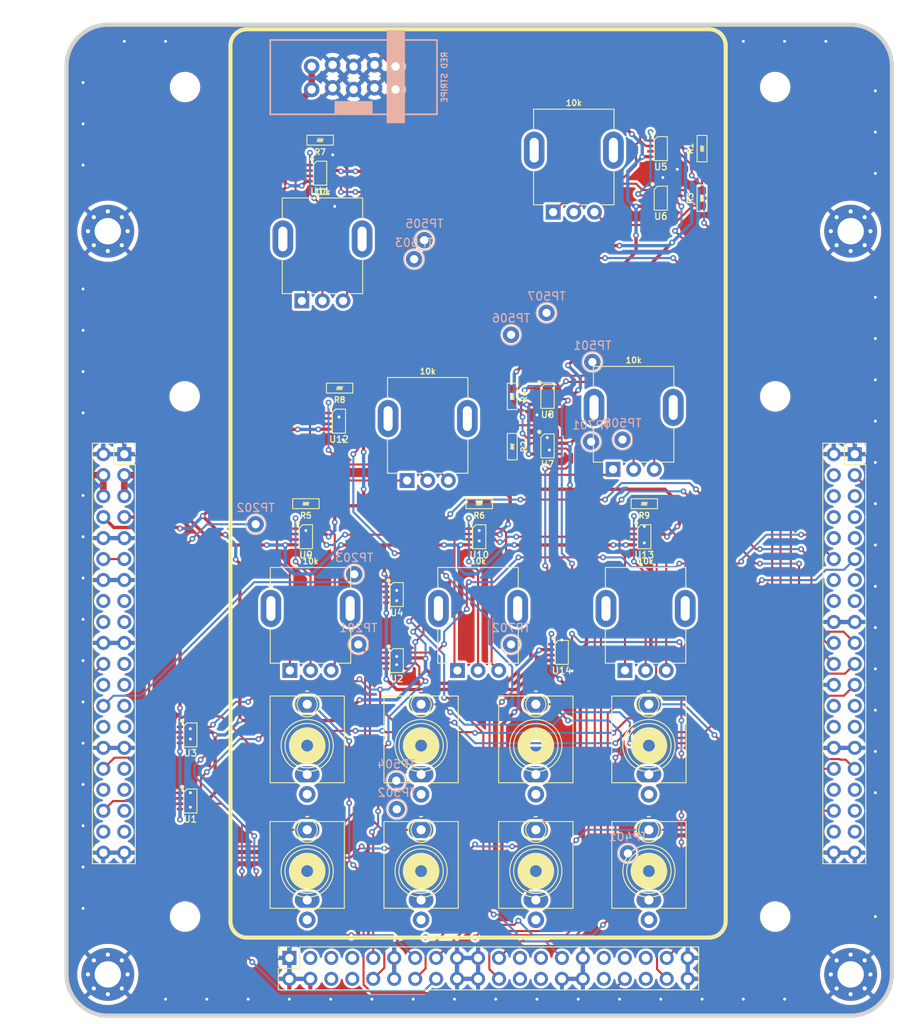
<source format=kicad_pcb>
(kicad_pcb (version 20241229) (generator "pcbnew") (generator_version "9.0")
  (title_block (title "Neptune: Hubble Lens") (date "2023-10-02") (rev "v0") (company "Winterbloom") (comment 1 "neptune.wntr.dev") (comment 2 "CERN-OHL-P v2"))
  (layers (0 "F.Cu" signal) (2 "B.Cu" signal) (13 "F.Paste" user) (15 "B.Paste" user) (5 "F.SilkS" user "F.Silkscreen") (7 "B.SilkS" user "B.Silkscreen") (1 "F.Mask" user) (3 "B.Mask" user) (25 "Edge.Cuts" user))
  (net 0 "")
  (net 1 "GND")
  (net 2 "-12V")
  (net 3 "+12V")
  (net 4 "+3V3")
  (net 5 "IO21")
  (net 6 "IO20")
  (net 7 "IO23")
  (net 8 "IO22")
  (net 9 "-12V_SWITCHED")
  (net 10 "+12V_SWITCHED")
  (net 11 "IO6")
  (net 12 "SER4.2")
  (net 13 "SER4.3")
  (net 14 "SER4.0")
  (net 15 "SER4.1")
  (net 16 "FM1_SWITCH_2")
  (net 17 "FM1_SWITCH_1")
  (net 18 "IO10")
  (net 19 "FM2_SWITCH")
  (net 20 "HP_IN_SWITCH_1")
  (net 21 "IO11")
  (net 22 "IO14")
  (net 23 "HP_IN_SWITCH_2")
  (net 24 "DAC_3D")
  (net 25 "DAC_3C")
  (net 26 "DAC_3A")
  (net 27 "DAC_3B")
  (net 28 "DAC_4D")
  (net 29 "DAC_4C")
  (net 30 "DAC_4A")
  (net 31 "DAC_4B")
  (net 32 "DAC_1D")
  (net 33 "DAC_1C")
  (net 34 "DAC_1A")
  (net 35 "DAC_1B")
  (net 36 "DAC_2D")
  (net 37 "DAC_2C")
  (net 38 "DAC_2A")
  (net 39 "DAC_2B")
  (net 40 "IO16")
  (net 41 "IO15")
  (net 42 "IO18")
  (net 43 "IO17")
  (net 44 "IO19")
  (net 45 "SER1.0")
  (net 46 "SER1.1")
  (net 47 "EXT_AUDIO_B")
  (net 48 "EXT_OSC_B")
  (net 49 "EXT_OSC_C")
  (net 50 "SER1.2")
  (net 51 "EXT_AUDIO_A")
  (net 52 "ADC_2C")
  (net 53 "ADC_2D")
  (net 54 "ADC_2A")
  (net 55 "ADC_3C")
  (net 56 "ADC_3D")
  (net 57 "ADC_3A")
  (net 58 "ADC_3B")
  (net 59 "ADC_4C")
  (net 60 "ADC_4D")
  (net 61 "ADC_4A")
  (net 62 "ADC_1C")
  (net 63 "ADC_1D")
  (net 64 "ADC_1A")
  (net 65 "ADC_1B")
  (net 66 "IO5")
  (net 67 "SER1.3")
  (net 68 "CUTOFF_SWITCH_2")
  (net 69 "CUTOFF_SWITCH_1")
  (net 70 "IO1")
  (net 71 "EXT_INST_C")
  (net 72 "EXT_INST_D")
  (net 73 "EXT_INST_B")
  (net 74 "EXT_INST_A")
  (net 75 "EXT_FG_B")
  (net 76 "EXT_FG_A")
  (net 77 "EXT_MM_A")
  (net 78 "EXT_MM_V")
  (net 79 "EXT_OSC_D")
  (net 80 "ADC_2B")
  (net 81 "ADC_4B")
  (net 82 "HP_VOL_SWITCH")
  (net 83 "LP_IN")
  (net 84 "HP_IN")
  (net 85 "Net-(U5-NO)")
  (net 86 "/Knob Multiplexers/CUTOFF_PIN_1")
  (net 87 "Net-(U7-NO)")
  (net 89 "/Knob Multiplexers/FM1_PIN_1")
  (net 92 "/Knob Multiplexers/CUTOFF_PIN_3")
  (net 95 "/Knob Multiplexers/FM1_PIN_3")
  (net 98 "/Knob Multiplexers/LP_VOL_PIN_3")
  (net 101 "/Knob Multiplexers/LP_VOL_PIN_1")
  (net 104 "/Knob Multiplexers/HP_VOL_PIN_3")
  (net 107 "/Knob Multiplexers/HP_VOL_PIN_1")
  (net 109 "/Knob Multiplexers/RESO_PIN_3")
  (net 111 "/Knob Multiplexers/RESO_PIN_1")
  (net 112 "/Knob Multiplexers/SALT_PIN_3")
  (net 113 "/Knob Multiplexers/SALT_PIN_1")
  (net 114 "/Knob Multiplexers/FM2_PIN_3")
  (net 115 "/Knob Multiplexers/FM2_PIN_1")
  (net 116 "/Knob Multiplexers/LP_VOL_PIN_2")
  (net 117 "/Knob Multiplexers/HP_VOL_PIN_2")
  (net 118 "/Knob Multiplexers/CUTOFF_PIN_2")
  (net 119 "/Knob Multiplexers/FM1_PIN_2")
  (net 120 "/Knob Multiplexers/FM2_PIN_2")
  (net 121 "/Knob Multiplexers/RESO_PIN_2")
  (net 122 "/Knob Multiplexers/SALT_PIN_2")
  (net 123 "Net-(U1-COM)")
  (net 125 "Net-(U2-COM)")
  (net 129 "Net-(U5-COM)")
  (net 132 "Net-(U7-COM)")
  (net 151 "Net-(J801-Tip_normalize)")
  (net 152 "Net-(J801-Tip)")
  (footprint "Connector_PinSocket_2.54mm:PinSocket_2x20_P2.54mm_Vertical" (layer "F.Cu") (at 37.84 101.71)
    (property "Reference" "J101" (hide yes))
    (property "Value" "Left" (hide yes))
  )
  (footprint "Connector_PinSocket_2.54mm:PinSocket_2x20_P2.54mm_Vertical" (layer "F.Cu") (at 57.84 162.71 90)
    (property "Reference" "J102" (hide yes))
    (property "Value" "Bottom" (hide yes))
  )
  (footprint "Connector_PinSocket_2.54mm:PinSocket_2x20_P2.54mm_Vertical" (layer "F.Cu") (at 126.34 101.71)
    (property "Reference" "J103" (hide yes))
    (property "Value" "Right" (hide yes))
  )
  (footprint "MountingHole:MountingHole_3.2mm_M3_Pad_Via" (layer "F.Cu") (at 35.84 74.71)
    (property "Reference" "H2" (hide yes))
    (property "Value" "M3" (hide yes))
  )
  (footprint "MountingHole:MountingHole_3.2mm_M3_Pad_Via" (layer "F.Cu") (at 125.84 164.71)
    (property "Reference" "H3" (hide yes))
    (property "Value" "M3" (hide yes))
  )
  (footprint "MountingHole:MountingHole_3.2mm_M3_Pad_Via" (layer "F.Cu") (at 125.84 74.71)
    (property "Reference" "H4" (hide yes))
    (property "Value" "M3" (hide yes))
  )
  (footprint "MountingHole:MountingHole_3.2mm_M3_Pad_Via" (layer "F.Cu") (at 35.84 164.71)
    (property "Reference" "H5" (hide yes))
    (property "Value" "M3" (hide yes))
  )
  (footprint "MountingHole:MountingHole_3.2mm_M3" (layer "F.Cu") (at 45.2 157.71)
    (property "Reference" "H6" (hide yes))
    (property "Value" "M3" (hide yes))
  )
  (footprint "MountingHole:MountingHole_3.2mm_M3" (layer "F.Cu") (at 116.7 157.71)
    (property "Reference" "H7" (hide yes))
    (property "Value" "M3" (hide yes))
  )
  (footprint "MountingHole:MountingHole_3.2mm_M3" (layer "F.Cu") (at 45.2 57.25)
    (property "Reference" "H8" (hide yes))
    (property "Value" "M3" (hide yes))
  )
  (footprint "MountingHole:MountingHole_3.2mm_M3" (layer "F.Cu") (at 116.7 57.25)
    (property "Reference" "H9" (hide yes))
    (property "Value" "M3" (hide yes))
  )
  (footprint "winterbloom:R_0603_HandSolder" (layer "F.Cu") (at 107.84 64.71 90)
    (property "Reference" "R1")
    (property "Value" "5k")
  )
  (footprint "winterbloom:Vishay_SOT-23_8" (layer "F.Cu") (at 70.84 118.71)
    (property "Reference" "U4")
    (property "Value" "DG449")
  )
  (footprint "winterbloom:Vishay_SOT-23_8" (layer "F.Cu") (at 80.84 111.71)
    (property "Reference" "U10")
    (property "Value" "DG449")
  )
  (footprint "winterbloom:R_0603_HandSolder" (layer "F.Cu") (at 80.84 107.71 180)
    (property "Reference" "R6")
    (property "Value" "10k")
  )
  (footprint "winterbloom:Vishay_SOT-23_8" (layer "F.Cu") (at 63.84 97.71)
    (property "Reference" "U12")
    (property "Value" "DG449")
  )
  (footprint "winterbloom:AudioJack_WQP518MA_Compact_S" (layer "F.Cu") (at 73.8 152.2)
    (property "Reference" "J302" (hide yes))
    (property "Value" "~")
  )
  (footprint "winterbloom:Vishay_SOT-23_8" (layer "F.Cu") (at 89.115 94.71)
    (property "Reference" "U8")
    (property "Value" "DG449")
  )
  (footprint "winterbloom:AudioJack_WQP518MA_Compact_S" (layer "F.Cu") (at 87.7 137)
    (property "Reference" "J401" (hide yes))
    (property "Value" "~")
  )
  (footprint "winterbloom:AudioJack_WQP518MA_Compact_S" (layer "F.Cu") (at 101.4 152.2)
    (property "Reference" "J802" (hide yes))
    (property "Value" "~")
  )
  (footprint "winterbloom:Potentiometer_Alpha_R0904N" (layer "F.Cu") (at 101 120.4)
    (property "Reference" "RV403")
    (property "Value" "10k")
  )
  (footprint "winterbloom:R_0603_HandSolder" (layer "F.Cu") (at 84.84 100.7975 -90)
    (property "Reference" "R2")
    (property "Value" "5k")
  )
  (footprint "winterbloom:Vishay_SOT-23_8" (layer "F.Cu") (at 45.84 143.71)
    (property "Reference" "U1")
    (property "Value" "DG449")
  )
  (footprint "winterbloom:R_0603_HandSolder" (layer "F.Cu") (at 63.9275 93.71 180)
    (property "Reference" "R8")
    (property "Value" "10k")
  )
  (footprint "winterbloom:R_0603_HandSolder" (layer "F.Cu") (at 84.84 94.71 -90)
    (property "Reference" "R4")
    (property "Value" "5k")
  )
  (footprint "winterbloom:Potentiometer_Alpha_R0904N" (layer "F.Cu") (at 61.85 75.65)
    (property "Reference" "RV601")
    (property "Value" "10k")
  )
  (footprint "winterbloom:Potentiometer_Alpha_R0904N" (layer "F.Cu") (at 60.4 120.4)
    (property "Reference" "RV301")
    (property "Value" "10k")
  )
  (footprint "MountingHole:MountingHole_3.2mm_M3" (layer "F.Cu") (at 45.153524 94.71)
    (property "Reference" "H10" (hide yes))
    (property "Value" "M3" (hide yes))
  )
  (footprint "winterbloom:AudioJack_WQP518MA_Compact_S" (layer "F.Cu") (at 60 152.2)
    (property "Reference" "J301" (hide yes))
    (property "Value" "~")
  )
  (footprint "winterbloom:AudioJack_WQP518MA_Compact_S" (layer "F.Cu") (at 87.7 152.2)
    (property "Reference" "J801" (hide yes))
    (property "Value" "~")
  )
  (footprint "winterbloom:AudioJack_WQP518MA_Compact_S" (layer "F.Cu") (at 60 137)
    (property "Reference" "J601" (hide yes))
    (property "Value" "~")
  )
  (footprint "winterbloom:R_0603_HandSolder" (layer "F.Cu") (at 107.84 70.71 90)
    (property "Reference" "R3")
    (property "Value" "5k")
  )
  (footprint "winterbloom:Potentiometer_Alpha_R0904N" (layer "F.Cu") (at 99.55 96.05)
    (property "Reference" "RV402")
    (property "Value" "10k")
  )
  (footprint "winterbloom:Vishay_SOT-23_8" (layer "F.Cu") (at 70.84 126.71)
    (property "Reference" "U2")
    (property "Value" "DG449")
  )
  (footprint "winterbloom:AudioJack_WQP518MA_Compact_S" (layer "F.Cu") (at 73.8 137)
    (property "Reference" "J701" (hide yes))
    (property "Value" "~")
  )
  (footprint "winterbloom:Vishay_SOT-23_8" (layer "F.Cu") (at 45.84 135.71)
    (property "Reference" "U3")
    (property "Value" "DG449")
  )
  (footprint "MountingHole:MountingHole_3.2mm_M3" (layer "F.Cu") (at 116.7 94.71)
    (property "Reference" "H1" (hide yes))
    (property "Value" "M3" (hide yes))
  )
  (footprint "winterbloom:Potentiometer_Alpha_R0904N" (layer "F.Cu") (at 92.3 64.9)
    (property "Reference" "RV401")
    (property "Value" "10k")
  )
  (footprint "winterbloom:R_0603_HandSolder" (layer "F.Cu") (at 100.84 107.71 180)
    (property "Reference" "R9")
    (property "Value" "10k")
  )
  (footprint "winterbloom:Vishay_SOT-23_8" (layer "F.Cu") (at 102.84 64.71)
    (property "Reference" "U5")
    (property "Value" "DG449")
  )
  (footprint "winterbloom:Potentiometer_Alpha_R0904N" (layer "F.Cu") (at 74.6 97.4)
    (property "Reference" "RV701")
    (property "Value" "10k")
  )
  (footprint "winterbloom:Vishay_SOT-23_8" (layer "F.Cu") (at 61.565 67.685)
    (property "Reference" "U11")
    (property "Value" "DG449")
  )
  (footprint "winterbloom:Vishay_SOT-23_8" (layer "F.Cu") (at 89.115 100.71)
    (property "Reference" "U7")
    (property "Value" "DG449")
  )
  (footprint "winterbloom:Vishay_SOT-23_8" (layer "F.Cu") (at 59.84 111.71)
    (property "Reference" "U9")
    (property "Value" "DG449")
  )
  (footprint "winterbloom:AudioJack_WQP518MA_Compact_S" (layer "F.Cu") (at 101.4 137)
    (property "Reference" "J402" (hide yes))
    (property "Value" "~")
  )
  (footprint "winterbloom:Potentiometer_Alpha_R0904N" (layer "F.Cu") (at 80.7 120.4)
    (property "Reference" "RV302")
    (property "Value" "10k")
  )
  (footprint "winterbloom:R_0603_HandSolder" (layer "F.Cu") (at 59.84 107.71 180)
    (property "Reference" "R5")
    (property "Value" "10k")
  )
  (footprint "winterbloom:R_0603_HandSolder" (layer "F.Cu") (at 61.565 63.685 180)
    (property "Reference" "R7")
    (property "Value" "10k")
  )
  (footprint "winterbloom:Vishay_SOT-23_8" (layer "F.Cu") (at 90.84 125.71)
    (property "Reference" "U14")
    (property "Value" "DG449")
  )
  (footprint "winterbloom:Vishay_SOT-23_8" (layer "F.Cu") (at 102.84 70.71)
    (property "Reference" "U6")
    (property "Value" "DG449")
  )
  (footprint "winterbloom:Vishay_SOT-23_8" (layer "F.Cu") (at 100.84 111.71)
    (property "Reference" "U13")
    (property "Value" "DG449")
  )
  (footprint "TestPoint:TestPoint_THTPad_D2.0mm_Drill1.0mm" (layer "B.Cu") (at 74.2 75.8 180)
    (property "Reference" "TP505")
    (property "Value" "~")
  )
  (footprint "TestPoint:TestPoint_THTPad_D2.0mm_Drill1.0mm" (layer "B.Cu") (at 98.2 99.95 180)
    (property "Reference" "TP508")
    (property "Value" "~")
  )
  (footprint "TestPoint:TestPoint_THTPad_D2.0mm_Drill1.0mm" (layer "B.Cu") (at 53.75 110.2 180)
    (property "Reference" "TP202")
    (property "Value" "~")
  )
  (footprint "TestPoint:TestPoint_THTPad_D2.0mm_Drill1.0mm" (layer "B.Cu") (at 89 84.6 180)
    (property "Reference" "TP507")
    (property "Value" "~")
  )
  (footprint "TestPoint:TestPoint_THTPad_D2.0mm_Drill1.0mm" (layer "B.Cu") (at 84.7 124.75 180)
    (property "Reference" "TP702")
    (property "Value" "~")
  )
  (footprint "TestPoint:TestPoint_THTPad_D2.0mm_Drill1.0mm" (layer "B.Cu") (at 98.85 150.05 180)
    (property "Reference" "TP401")
    (property "Value" "~")
  )
  (footprint "TestPoint:TestPoint_THTPad_D2.0mm_Drill1.0mm" (layer "B.Cu") (at 72.95 78.1 180)
    (property "Reference" "TP503")
    (property "Value" "~")
  )
  (footprint "TestPoint:TestPoint_THTPad_D2.0mm_Drill1.0mm" (layer "B.Cu") (at 66.2 124.75 180)
    (property "Reference" "TP201")
    (property "Value" "~")
  )
  (footprint "winterbloom:Eurorack_Power_2x5_Shrouded_Lock" (layer "B.Cu") (at 70.7 57.45 180)
    (property "Reference" "J201" (hide yes))
    (property "Value" "Power" (hide yes))
  )
  (footprint "TestPoint:TestPoint_THTPad_D2.0mm_Drill1.0mm" (layer "B.Cu") (at 94.55 90.55 180)
    (property "Reference" "TP501")
    (property "Value" "~")
  )
  (footprint "TestPoint:TestPoint_THTPad_D2.0mm_Drill1.0mm" (layer "B.Cu") (at 84.7 87.25 180)
    (property "Reference" "TP506")
    (property "Value" "~")
  )
  (footprint "TestPoint:TestPoint_THTPad_D2.0mm_Drill1.0mm" (layer "B.Cu") (at 70.85 144.7 180)
    (property "Reference" "TP502")
    (property "Value" "~")
  )
  (footprint "TestPoint:TestPoint_THTPad_D2.0mm_Drill1.0mm" (layer "B.Cu") (at 94.4 100.2 180)
    (property "Reference" "TP701")
    (property "Value" "~")
  )
  (footprint "TestPoint:TestPoint_THTPad_D2.0mm_Drill1.0mm" (layer "B.Cu") (at 70.8 141.25 180)
    (property "Reference" "TP504")
    (property "Value" "~")
  )
  (footprint "TestPoint:TestPoint_THTPad_D2.0mm_Drill1.0mm" (layer "B.Cu") (at 65.7 116.25 180)
    (property "Reference" "TP203")
    (property "Value" "~")
  )
  (gr_arc (start 108.699998 50.25) (mid 110.114212 50.835786) (end 110.699998 52.25) (stroke (width 0.5)) (layer "F.SilkS"))
  (gr_line (start 110.7 52.25) (end 110.7 158.25) (stroke (width 0.5)) (layer "F.SilkS"))
  (gr_line (start 108.7 160.25) (end 52.7 160.25) (stroke (width 0.5)) (layer "F.SilkS"))
  (gr_line (start 52.7 50.25) (end 108.7 50.25) (stroke (width 0.5)) (layer "F.SilkS"))
  (gr_line (start 50.7 158.25) (end 50.7 52.25) (stroke (width 0.5)) (layer "F.SilkS"))
  (gr_arc (start 110.7 158.25) (mid 110.114214 159.664214) (end 108.7 160.25) (stroke (width 0.5)) (layer "F.SilkS"))
  (gr_arc (start 50.7 52.25) (mid 51.285786 50.835786) (end 52.7 50.25) (stroke (width 0.5)) (layer "F.SilkS"))
  (gr_arc (start 52.7 160.25) (mid 51.285786 159.664214) (end 50.7 158.25) (stroke (width 0.5)) (layer "F.SilkS"))
  (gr_arc (start 35.84 169.71) (mid 32.304466 168.245534) (end 30.84 164.71) (stroke (width 0.5)) (layer "Edge.Cuts"))
  (gr_line (start 130.84 54.71) (end 130.84 164.71) (stroke (width 0.5)) (layer "Edge.Cuts"))
  (gr_arc (start 125.84 49.71) (mid 129.375534 51.174466) (end 130.84 54.71) (stroke (width 0.5)) (layer "Edge.Cuts"))
  (gr_line (start 35.84 49.71) (end 125.84 49.71) (stroke (width 0.5)) (layer "Edge.Cuts"))
  (gr_arc (start 30.84 54.71) (mid 32.304466 51.174466) (end 35.84 49.71) (stroke (width 0.5)) (layer "Edge.Cuts"))
  (gr_arc (start 130.84 164.71) (mid 129.375534 168.245534) (end 125.84 169.71) (stroke (width 0.5)) (layer "Edge.Cuts"))
  (gr_line (start 30.84 164.71) (end 30.84 54.71) (stroke (width 0.5)) (layer "Edge.Cuts"))
  (gr_line (start 125.84 169.71) (end 35.84 169.71) (stroke (width 0.5)) (layer "Edge.Cuts"))
  (via (at 37.84 51.71) (size 0.7) (drill 0.35) (layers "F.Cu" "B.Cu") (net 1))
  (via (at 102.84 167.71) (size 0.7) (drill 0.35) (layers "F.Cu" "B.Cu") (net 1))
  (via (at 87.84 167.71) (size 0.7) (drill 0.35) (layers "F.Cu" "B.Cu") (net 1))
  (via (at 128.84 142.71) (size 0.7) (drill 0.35) (layers "F.Cu" "B.Cu") (net 1))
  (via (at 117.84 51.71) (size 0.7) (drill 0.35) (layers "F.Cu" "B.Cu") (net 1))
  (via (at 32.84 131.71) (size 0.7) (drill 0.35) (layers "F.Cu" "B.Cu") (net 1))
  (via (at 45.84 136.21) (size 0.7) (drill 0.35) (layers "F.Cu" "B.Cu") (net 1))
  (via (at 128.84 82.71) (size 0.7) (drill 0.35) (layers "F.Cu" "B.Cu") (net 1))
  (via (at 32.84 141.71) (size 0.7) (drill 0.35) (layers "F.Cu" "B.Cu") (net 1))
  (via (at 89.34 101.21) (size 0.7) (drill 0.35) (layers "F.Cu" "B.Cu") (net 1))
  (via (at 45.84 144.46) (size 0.7) (drill 0.35) (layers "F.Cu" "B.Cu") (net 1))
  (via (at 70.84 126.21) (size 0.7) (drill 0.35) (layers "F.Cu" "B.Cu") (net 1))
  (via (at 82.84 167.71) (size 0.7) (drill 0.35) (layers "F.Cu" "B.Cu") (net 1))
  (via (at 32.84 56.71) (size 0.7) (drill 0.35) (layers "F.Cu" "B.Cu") (net 1))
  (via (at 100.84 110.46) (size 0.7) (drill 0.35) (layers "F.Cu" "B.Cu") (net 1))
  (via (at 77.84 167.71) (size 0.7) (drill 0.35) (layers "F.Cu" "B.Cu") (net 1))
  (via (at 128.84 87.71) (size 0.7) (drill 0.35) (layers "F.Cu" "B.Cu") (net 1))
  (via (at 60.09 113.96) (size 0.7) (drill 0.35) (layers "F.Cu" "B.Cu") (net 1))
  (via (at 128.84 62.71) (size 0.7) (drill 0.35) (layers "F.Cu" "B.Cu") (net 1))
  (via (at 63.34 71.71) (size 0.7) (drill 0.35) (layers "F.Cu" "B.Cu") (net 1))
  (via (at 32.84 106.71) (size 0.7) (drill 0.35) (layers "F.Cu" "B.Cu") (net 1))
  (via (at 89.09 99.71) (size 0.7) (drill 0.35) (layers "F.Cu" "B.Cu") (net 1))
  (via (at 57.84 167.71) (size 0.7) (drill 0.35) (layers "F.Cu" "B.Cu") (net 1))
  (via (at 128.84 107.71) (size 0.7) (drill 0.35) (layers "F.Cu" "B.Cu") (net 1))
  (via (at 32.84 121.71) (size 0.7) (drill 0.35) (layers "F.Cu" "B.Cu") (net 1))
  (via (at 70.84 127.21) (size 0.7) (drill 0.35) (layers "F.Cu" "B.Cu") (net 1))
  (via (at 112.84 167.71) (size 0.7) (drill 0.35) (layers "F.Cu" "B.Cu") (net 1))
  (via (at 32.84 136.71) (size 0.7) (drill 0.35) (layers "F.Cu" "B.Cu") (net 1))
  (via (at 70.84 119.46) (size 0.7) (drill 0.35) (layers "F.Cu" "B.Cu") (net 1))
  (via (at 87.84 96.96) (size 0.7) (drill 0.35) (layers "F.Cu" "B.Cu") (net 1))
  (via (at 32.84 61.71) (size 0.7) (drill 0.35) (layers "F.Cu" "B.Cu") (net 1))
  (via (at 64.34 99.96) (size 0.7) (drill 0.35) (layers "F.Cu" "B.Cu") (net 1))
  (via (at 92.84 167.71) (size 0.7) (drill 0.35) (layers "F.Cu" "B.Cu") (net 1))
  (via (at 42.84 167.71) (size 0.7) (drill 0.35) (layers "F.Cu" "B.Cu") (net 1))
  (via (at 128.84 92.71) (size 0.7) (drill 0.35) (layers "F.Cu" "B.Cu") (net 1))
  (via (at 32.84 91.71) (size 0.7) (drill 0.35) (layers "F.Cu" "B.Cu") (net 1))
  (via (at 32.84 146.71) (size 0.7) (drill 0.35) (layers "F.Cu" "B.Cu") (net 1))
  (via (at 32.84 111.71) (size 0.7) (drill 0.35) (layers "F.Cu" "B.Cu") (net 1))
  (via (at 47.84 167.71) (size 0.7) (drill 0.35) (layers "F.Cu" "B.Cu") (net 1))
  (via (at 128.84 57.71) (size 0.7) (drill 0.35) (layers "F.Cu" "B.Cu") (net 1))
  (via (at 128.84 137.71) (size 0.7) (drill 0.35) (layers "F.Cu" "B.Cu") (net 1))
  (via (at 92.09 127.96) (size 0.7) (drill 0.35) (layers "F.Cu" "B.Cu") (net 1))
  (via (at 128.84 97.71) (size 0.7) (drill 0.35) (layers "F.Cu" "B.Cu") (net 1))
  (via (at 128.84 157.71) (size 0.7) (drill 0.35) (layers "F.Cu" "B.Cu") (net 1))
  (via (at 117.84 167.71) (size 0.7) (drill 0.35) (layers "F.Cu" "B.Cu") (net 1))
  (via (at 128.84 67.71) (size 0.7) (drill 0.35) (layers "F.Cu" "B.Cu") (net 1))
  (via (at 128.84 122.71) (size 0.7) (drill 0.35) (layers "F.Cu" "B.Cu") (net 1))
  (via (at 32.84 86.71) (size 0.7) (drill 0.35) (layers "F.Cu" "B.Cu") (net 1))
  (via (at 100.84 112.46) (size 0.7) (drill 0.35) (layers "F.Cu" "B.Cu") (net 1))
  (via (at 72.84 167.71) (size 0.7) (drill 0.35) (layers "F.Cu" "B.Cu") (net 1))
  (via (at 32.84 151.71) (size 0.7) (drill 0.35) (layers "F.Cu" "B.Cu") (net 1))
  (via (at 63.09 65.46) (size 0.7) (drill 0.35) (layers "F.Cu" "B.Cu") (net 1))
  (via (at 63.84 97.21) (size 0.7) (drill 0.35) (layers "F.Cu" "B.Cu") (net 1))
  (via (at 122.84 51.71) (size 0.7) (drill 0.35) (layers "F.Cu" "B.Cu") (net 1))
  (via (at 32.84 96.71) (size 0.7) (drill 0.35) (layers "F.Cu" "B.Cu") (net 1))
  (via (at 32.84 116.71) (size 0.7) (drill 0.35) (layers "F.Cu" "B.Cu") (net 1))
  (via (at 104.84 67.21) (size 0.7) (drill 0.35) (layers "F.Cu" "B.Cu") (net 1))
  (via (at 80.84 112.21) (size 0.7) (drill 0.35) (layers "F.Cu" "B.Cu") (net 1))
  (via (at 32.84 156.71) (size 0.7) (drill 0.35) (layers "F.Cu" "B.Cu") (net 1))
  (via (at 32.84 81.71) (size 0.7) (drill 0.35) (layers "F.Cu" "B.Cu") (net 1))
  (via (at 32.84 66.71) (size 0.7) (drill 0.35) (layers "F.Cu" "B.Cu") (net 1))
  (via (at 128.84 132.71) (size 0.7) (drill 0.35) (layers "F.Cu" "B.Cu") (net 1))
  (via (at 62.84 167.71) (size 0.7) (drill 0.35) (layers "F.Cu" "B.Cu") (net 1))
  (via (at 107.84 167.71) (size 0.7) (drill 0.35) (layers "F.Cu" "B.Cu") (net 1))
  (via (at 97.84 167.71) (size 0.7) (drill 0.35) (layers "F.Cu" "B.Cu") (net 1))
  (via (at 128.84 102.71) (size 0.7) (drill 0.35) (layers "F.Cu" "B.Cu") (net 1))
  (via (at 42.84 51.71) (size 0.7) (drill 0.35) (layers "F.Cu" "B.Cu") (net 1))
  (via (at 128.84 117.71) (size 0.7) (drill 0.35) (layers "F.Cu" "B.Cu") (net 1))
  (via (at 89.34 96.96) (size 0.7) (drill 0.35) (layers "F.Cu" "B.Cu") (net 1))
  (via (at 112.84 51.71) (size 0.7) (drill 0.35) (layers "F.Cu" "B.Cu") (net 1))
  (via (at 67.84 167.71) (size 0.7) (drill 0.35) (layers "F.Cu" "B.Cu") (net 1))
  (via (at 128.84 127.71) (size 0.7) (drill 0.35) (layers "F.Cu" "B.Cu") (net 1))
  (via (at 45.84 142.71) (size 0.7) (drill 0.35) (layers "F.Cu" "B.Cu") (net 1))
  (via (at 80.84 110.96) (size 0.7) (drill 0.35) (layers "F.Cu" "B.Cu") (net 1))
  (via (at 52.84 167.71) (size 0.7) (drill 0.35) (layers "F.Cu" "B.Cu") (net 1))
  (via (at 59.84 110.96) (size 0.7) (drill 0.35) (layers "F.Cu" "B.Cu") (net 1))
  (via (at 90.84 124.21) (size 0.7) (drill 0.35) (layers "F.Cu" "B.Cu") (net 1))
  (via (at 45.84 134.96) (size 0.7) (drill 0.35) (layers "F.Cu" "B.Cu") (net 1))
  (via (at 103.09 68.21) (size 0.7) (drill 0.35) (layers "F.Cu" "B.Cu") (net 1))
  (via (at 70.84 118.21) (size 0.7) (drill 0.35) (layers "F.Cu" "B.Cu") (net 1))
  (via (at 32.84 126.71) (size 0.7) (drill 0.35) (layers "F.Cu" "B.Cu") (net 1))
  (via (at 128.84 112.71) (size 0.7) (drill 0.35) (layers "F.Cu" "B.Cu") (net 1))
  (segment (start 48.515 135.385) (end 48.84 135.71) (width 0.4) (layer "F.Cu") (net 2))
  (segment (start 91.84 100.46) (end 91.765 100.385) (width 0.4) (layer "F.Cu") (net 2))
  (segment (start 87.09 126.46) (end 87.09 124.46) (width 0.4) (layer "F.Cu") (net 2))
  (segment (start 73.59 118.96) (end 73.59 122.46) (width 0.25) (layer "F.Cu") (net 2))
  (segment (start 84.34 109.46) (end 84.59 109.21) (width 0.4) (layer "F.Cu") (net 2))
  (segment (start 76.09 129.46) (end 84.09 129.46) (width 0.4) (layer "F.Cu") (net 2))
  (segment (start 82.115 111.385) (end 83.265 111.385) (width 0.4) (layer "F.Cu") (net 2))
  (segment (start 48.84 142.71) (end 48.84 135.71) (width 0.4) (layer "F.Cu") (net 2))
  (segment (start 65.84 67.46) (end 79.59 67.46) (width 0.4) (layer "F.Cu") (net 2))
  (segment (start 66.815 99.71) (end 66.815 101.435) (width 0.4) (layer "F.Cu") (net 2))
  (segment (start 103.34 105.96) (end 91.84 105.96) (width 0.4) (layer "F.Cu") (net 2))
  (segment (start 91.84 105.96) (end 91.84 105.46) (width 0.4) (layer "F.Cu") (net 2))
  (segment (start 51.84 133.96) (end 51.84 114.96) (width 0.4) (layer "F.Cu") (net 2))
  (segment (start 79.09 105.96) (end 77.09 107.96) (width 0.4) (layer "F.Cu") (net 2))
  (segment (start 85.09 72.96) (end 88.59 76.46) (width 0.4) (layer "F.Cu") (net 2))
  (segment (start 87.09 124.46) (end 89.34 122.21) (width 0.4) (layer "F.Cu") (net 2))
  (segment (start 102.115 111.385) (end 103.265 111.385) (width 0.4) (layer "F.Cu") (net 2))
  (segment (start 104.115 64.385) (end 105.265 64.385) (width 0.4) (layer "F.Cu") (net 2))
  (segment (start 47.115 135.385) (end 48.515 135.385) (width 0.4) (layer "F.Cu") (net 2))
  (segment (start 105.265 64.385) (end 105.84 64.96) (width 0.4) (layer "F.Cu") (net 2))
  (segment (start 92.265 94.385) (end 92.34 94.46) (width 0.4) (layer "F.Cu") (net 2))
  (segment (start 93.165 125.385) (end 92.115 125.385) (width 0.4) (layer "F.Cu") (net 2))
  (segment (start 50.09 111.46) (end 49.59 111.46) (width 0.4) (layer "F.Cu") (net 2))
  (segment (start 50.84 105.71) (end 61.84 105.71) (width 0.4) (layer "F.Cu") (net 2))
  (segment (start 93.84 123.71) (end 93.84 124.71) (width 0.4) (layer "F.Cu") (net 2))
  (segment (start 91.765 100.385) (end 90.39 100.385) (width 0.4) (layer "F.Cu") (net 2))
  (segment (start 105.09 110.21) (end 105.09 107.71) (width 0.4) (layer "F.Cu") (net 2))
  (segment (start 65.89 97.385) (end 66.815 98.31) (width 0.4) (layer "F.Cu") (net 2))
  (segment (start 44.46 110.58) (end 44.59 110.71) (width 0.4) (layer "F.Cu") (net 2))
  (segment (start 51.84 133.96) (end 63.84 133.96) (width 0.4) (layer "F.Cu") (net 2))
  (segment (start 103.265 111.385) (end 103.59 111.71) (width 0.4) (layer "F.Cu") (net 2))
  (segment (start 83.265 111.385) (end 83.34 111.46) (width 0.4) (layer "F.Cu") (net 2))
  (segment (start 72.115 118.385) (end 73.015 118.385) (width 0.25) (layer "F.Cu") (net 2))
  (segment (start 66.815 101.435) (end 66.84 101.46) (width 0.4) (layer "F.Cu") (net 2))
  (segment (start 92.34 122.21) (end 93.84 123.71) (width 0.4) (layer "F.Cu") (net 2))
  (segment (start 65.115 97.385) (end 65.89 97.385) (width 0.4) (layer "F.Cu") (net 2))
  (segment (start 63.34 107.96) (end 63.34 109.96) (width 0.4) (layer "F.Cu") (net 2))
  (segment (start 51.84 114.96) (end 51.34 114.46) (width 0.4) (layer "F.Cu") (net 2))
  (segment (start 92.34 94.46) (end 92.84 93.96) (width 0.4) (layer "F.Cu") (net 2))
  (segment (start 77.09 107.96) (end 66.84 107.96) (width 0.4) (layer "F.Cu") (net 2))
  (segment (start 91.84 105.96) (end 83.59 105.96) (width 0.4) (layer "F.Cu") (net 2))
  (segment (start 74.265 126.385) (end 72.115 126.385) (width 0.4) (layer "F.Cu") (net 2))
  (segment (start 88.59 76.46) (end 97.84 76.46) (width 0.4) (layer "F.Cu") (net 2))
  (segment (start 48.165 143.385) (end 48.84 142.71) (width 0.4) (layer "F.Cu") (net 2))
  (segment (start 92.59 89.96) (end 92.59 87.71) (width 0.4) (layer "F.Cu") (net 2))
  (segment (start 105.265 70.385) (end 105.59 70.71) (width 0.4) (layer "F.Cu") (net 2))
  (segment (start 84.09 129.46) (end 87.09 126.46) (width 0.4) (layer "F.Cu") (net 2))
  (segment (start 92.59 87.71) (end 104.215 76.085) (width 0.4) (layer "F.Cu") (net 2))
  (segment (start 91.84 100.46) (end 92.34 99.96) (width 0.4) (layer "F.Cu") (net 2))
  (segment (start 36.55 110.58) (end 44.46 110.58) (width 0.4) (layer "F.Cu") (net 2))
  (segment (start 63.99 67.36) (end 64.09 67.46) (width 0.4) (layer "F.Cu") (net 2))
  (segment (start 74.34 126.46) (end 74.34 127.71) (width 0.4) (layer "F.Cu") (net 2))
  (segment (start 74.34 127.71) (end 76.09 129.46) (width 0.4) (layer "F.Cu") (net 2))
  (segment (start 93.84 124.71) (end 93.165 125.385) (width 0.4) (layer "F.Cu") (net 2))
  (segment (start 104.115 70.385) (end 105.265 70.385) (width 0.4) (layer "F.Cu") (net 2))
  (segment (start 79.59 67.46) (end 85.09 72.96) (width 0.4) (layer "F.Cu") (net 2))
  (segment (start 49.59 111.46) (end 47.34 109.21) (width 0.4) (layer "F.Cu") (net 2))
  (segment (start 74.34 126.46) (end 74.265 126.385) (width 0.4) (layer "F.Cu") (net 2))
  (segment (start 47.34 109.21) (end 50.84 105.71) (width 0.4) (layer "F.Cu") (net 2))
  (segment (start 89.34 122.21) (end 92.34 122.21) (width 0.4) (layer "F.Cu") (net 2))
  (segment (start 66.84 105.96) (end 66.84 107.96) (width 0.4) (layer "F.Cu") (net 2))
  (segment (start 62.265 111.385) (end 61.115 111.385) (width 0.4) (layer "F.Cu") (net 2))
  (segment (start 66.815 98.31) (end 66.815 99.71) (width 0.4) (layer "F.Cu") (net 2))
  (segment (start 62.84 67.36) (end 63.99 67.36) (width 0.4) (layer "F.Cu") (net 2))
  (segment (start 63.84 133.96) (end 66.34 131.46) (width 0.4) (layer "F.Cu") (net 2))
  (segment (start 61.84 105.71) (end 63.34 107.21) (width 0.4) (layer "F.Cu") (net 2))
  (segment (start 92.34 99.96) (end 92.34 94.46) (width 0.4) (layer "F.Cu") (net 2))
  (segment (start 35.3 109.33) (end 36.55 110.58) (width 0.4) (layer "F.Cu") (net 2))
  (segment (start 47.115 143.385) (end 48.165 143.385) (width 0.4) (layer "F.Cu") (net 2))
  (segment (start 84.59 109.21) (end 84.59 106.96) (width 0.4) (layer "F.Cu") (net 2))
  (segment (start 73.59 122.46) (end 72.84 123.21) (width 0.25) (layer "F.Cu") (net 2))
  (segment (start 104.84 110.46) (end 105.09 110.21) (width 0.4) (layer "F.Cu") (net 2))
  (segment (start 91.59 90.96) (end 92.59 89.96) (width 0.4) (layer "F.Cu") (net 2))
  (segment (start 62.59 111.71) (end 62.265 111.385) (width 0.4) (layer "F.Cu") (net 2))
  (segment (start 84.59 106.96) (end 83.59 105.96) (width 0.4) (layer "F.Cu") (net 2))
  (segment (start 83.59 105.96) (end 79.09 105.96) (width 0.4) (layer "F.Cu") (net 2))
  (segment (start 63.34 107.21) (end 63.34 107.96) (width 0.4) (layer "F.Cu") (net 2))
  (segment (start 73.015 118.385) (end 73.59 118.96) (width 0.25) (layer "F.Cu") (net 2))
  (segment (start 66.84 107.96) (end 63.34 107.96) (width 0.4) (layer "F.Cu") (net 2))
  (segment (start 84.34 110.21) (end 84.34 109.46) (width 0.4) (layer "F.Cu") (net 2))
  (segment (start 105.09 107.71) (end 103.34 105.96) (width 0.4) (layer "F.Cu") (net 2))
  (segment (start 90.39 94.385) (end 92.265 94.385) (width 0.4) (layer "F.Cu") (net 2))
  (via (at 91.84 105.46) (size 0.7) (drill 0.35) (layers "F.Cu" "B.Cu") (net 2))
  (via (at 97.84 76.46) (size 0.7) (drill 0.35) (layers "F.Cu" "B.Cu") (net 2))
  (via (at 66.84 105.96) (size 0.7) (drill 0.35) (layers "F.Cu" "B.Cu") (net 2))
  (via (at 91.59 90.96) (size 0.7) (drill 0.35) (layers "F.Cu" "B.Cu") (net 2))
  (via (at 105.59 70.71) (size 0.7) (drill 0.35) (layers "F.Cu" "B.Cu") (net 2))
  (via (at 50.09 111.46) (size 0.7) (drill 0.35) (layers "F.Cu" "B.Cu") (net 2))
  (via (at 48.84 135.71) (size 0.7) (drill 0.35) (layers "F.Cu" "B.Cu") (net 2))
  (via (at 83.34 111.46) (size 0.7) (drill 0.35) (layers "F.Cu" "B.Cu") (net 2))
  (via (at 66.34 131.46) (size 0.7) (drill 0.35) (layers "F.Cu" "B.Cu") (net 2))
  (via (at 72.84 123.21) (size 0.7) (drill 0.35) (layers "F.Cu" "B.Cu") (net 2))
  (via (at 62.59 111.71) (size 0.7) (drill 0.35) (layers "F.Cu" "B.Cu") (net 2))
  (via (at 44.59 110.71) (size 0.7) (drill 0.35) (layers "F.Cu" "B.Cu") (net 2))
  (via (at 104.215 76.085) (size 0.7) (drill 0.35) (layers "F.Cu" "B.Cu") (net 2))
  (via (at 74.34 126.46) (size 0.7) (drill 0.35) (layers "F.Cu" "B.Cu") (net 2))
  (via (at 91.84 100.46) (size 0.7) (drill 0.35) (layers "F.Cu" "B.Cu") (net 2))
  (via (at 84.34 110.21) (size 0.7) (drill 0.35) (layers "F.Cu" "B.Cu") (net 2))
  (via (at 105.84 64.96) (size 0.7) (drill 0.35) (layers "F.Cu" "B.Cu") (net 2))
  (via (at 103.59 111.71) (size 0.7) (drill 0.35) (layers "F.Cu" "B.Cu") (net 2))
  (via (at 66.84 101.46) (size 0.7) (drill 0.35) (layers "F.Cu" "B.Cu") (net 2))
  (via (at 51.84 133.96) (size 0.7) (drill 0.35) (layers "F.Cu" "B.Cu") (net 2))
  (via (at 104.84 110.46) (size 0.7) (drill 0.35) (layers "F.Cu" "B.Cu") (net 2))
  (via (at 65.84 67.46) (size 0.7) (drill 0.35) (layers "F.Cu" "B.Cu") (net 2))
  (via (at 47.34 109.21) (size 0.7) (drill 0.35) (layers "F.Cu" "B.Cu") (net 2))
  (via (at 63.34 109.96) (size 0.7) (drill 0.35) (layers "F.Cu" "B.Cu") (net 2))
  (via (at 51.34 114.46) (size 0.7) (drill 0.35) (layers "F.Cu" "B.Cu") (net 2))
  (via (at 64.09 67.46) (size 0.7) (drill 0.35) (layers "F.Cu" "B.Cu") (net 2))
  (via (at 92.84 93.96) (size 0.7) (drill 0.35) (layers "F.Cu" "B.Cu") (net 2))
  (segment (start 45.84 110.71) (end 47.34 109.21) (width 0.4) (layer "B.Cu") (net 2))
  (segment (start 105.84 64.96) (end 105.84 70.46) (width 0.4) (layer "B.Cu") (net 2))
  (segment (start 104.215 76.085) (end 103.84 76.46) (width 0.4) (layer "B.Cu") (net 2))
  (segment (start 103.84 76.46) (end 97.84 76.46) (width 0.4) (layer "B.Cu") (net 2))
  (segment (start 66.34 131.46) (end 70.84 131.46) (width 0.4) (layer "B.Cu") (net 2))
  (segment (start 66.84 101.46) (end 66.84 105.96) (width 0.4) (layer "B.Cu") (net 2))
  (segment (start 104.215 76.085) (end 106.59 73.71) (width 0.4) (layer "B.Cu") (net 2))
  (segment (start 50.09 135.71) (end 51.84 133.96) (width 0.4) (layer "B.Cu") (net 2))
  (segment (start 92.84 93.96) (end 93.09 93.71) (width 0.4) (layer "B.Cu") (net 2))
  (segment (start 51.34 114.46) (end 51.34 112.71) (width 0.4) (layer "B.Cu") (net 2))
  (segment (start 74.34 124.71) (end 74.34 126.46) (width 0.25) (layer "B.Cu") (net 2))
  (segment (start 72.84 123.21) (end 74.34 124.71) (width 0.25) (layer "B.Cu") (net 2))
  (segment (start 106.59 73.71) (end 106.59 71.71) (width 0.4) (layer "B.Cu") (net 2))
  (segment (start 105.84 70.46) (end 105.59 70.71) (width 0.4) (layer "B.Cu") (net 2))
  (segment (start 51.34 112.71) (end 50.09 111.46) (width 0.4) (layer "B.Cu") (net 2))
  (segment (start 91.84 105.46) (end 91.84 100.46) (width 0.4) (layer "B.Cu") (net 2))
  (segment (start 44.59 110.71) (end 45.84 110.71) (width 0.4) (layer "B.Cu") (net 2))
  (segment (start 74.34 127.96) (end 74.34 126.46) (width 0.4) (layer "B.Cu") (net 2))
  (segment (start 64.09 67.46) (end 65.84 67.46) (width 0.4) (layer "B.Cu") (net 2))
  (segment (start 93.09 93.71) (end 93.09 92.46) (width 0.4) (layer "B.Cu") (net 2))
  (segment (start 70.84 131.46) (end 74.34 127.96) (width 0.4) (layer "B.Cu") (net 2))
  (segment (start 103.59 111.71) (end 104.84 110.46) (width 0.4) (layer "B.Cu") (net 2))
  (segment (start 106.59 71.71) (end 105.59 70.71) (width 0.4) (layer "B.Cu") (net 2))
  (segment (start 63.34 109.96) (end 63.34 110.96) (width 0.4) (layer "B.Cu") (net 2))
  (segment (start 83.34 111.21) (end 84.34 110.21) (width 0.4) (layer "B.Cu") (net 2))
  (segment (start 48.84 135.71) (end 50.09 135.71) (width 0.4) (layer "B.Cu") (net 2))
  (segment (start 63.34 110.96) (end 62.59 111.71) (width 0.4) (layer "B.Cu") (net 2))
  (segment (start 93.09 92.46) (end 91.59 90.96) (width 0.4) (layer "B.Cu") (net 2))
  (segment (start 83.34 111.46) (end 83.34 111.21) (width 0.4) (layer "B.Cu") (net 2))
  (segment (start 76.59 112.71) (end 69.34 112.71) (width 0.4) (layer "F.Cu") (net 3))
  (segment (start 69.34 112.71) (end 64.09 112.71) (width 0.4) (layer "F.Cu") (net 3))
  (segment (start 62.565 98.685) (end 61.365 98.685) (width 0.4) (layer "F.Cu") (net 3))
  (segment (start 69.59 127.71) (end 69.565 127.685) (width 0.4) (layer "F.Cu") (net 3))
  (segment (start 79.565 112.685) (end 78.615 112.685) (width 0.4) (layer "F.Cu") (net 3))
  (segment (start 101.565 71.685) (end 99.865 71.685) (width 0.4) (layer "F.Cu") (net 3))
  (segment (start 44.59 132.46) (end 44.59 116.96) (width 0.4) (layer "F.Cu") (net 3))
  (segment (start 53.34 73.46) (end 53.34 95.97) (width 0.4) (layer "F.Cu") (net 3))
  (segment (start 44.565 137.685) (end 44.59 137.71) (width 0.4) (layer "F.Cu") (net 3))
  (segment (start 69.34 116.21) (end 69.34 112.71) (width 0.4) (layer "F.Cu") (net 3))
  (segment (start 86.615 95.685) (end 86.59 95.71) (width 0.4) (layer "F.Cu") (net 3))
  (segment (start 87.84 95.685) (end 86.615 95.685) (width 0.4) (layer "F.Cu") (net 3))
  (segment (start 69.59 128.96) (end 69.59 127.71) (width 0.4) (layer "F.Cu") (net 3))
  (segment (start 88.865 126.685) (end 85.34 130.21) (width 0.4) (layer "F.Cu") (net 3))
  (segment (start 44.59 144.71) (end 44.565 144.685) (width 0.4) (layer "F.Cu") (net 3))
  (segment (start 59.59 61.21) (end 57.34 63.46) (width 0.4) (layer "F.Cu") (net 3))
  (segment (start 99.34 62.96) (end 97.59 61.21) (width 0.4) (layer "F.Cu") (net 3))
  (segment (start 97.59 61.21) (end 59.59 61.21) (width 0.4) (layer "F.Cu") (net 3))
  (segment (start 61.365 98.685) (end 61.34 98.71) (width 0.4) (layer "F.Cu") (net 3))
  (segment (start 60.29 68.66) (end 59.89 68.66) (width 0.4) (layer "F.Cu") (net 3))
  (segment (start 97.09 112.71) (end 85.09 112.71) (width 0.4) (layer "F.Cu") (net 3))
  (segment (start 58.84 98.71) (end 56.08 98.71) (width 0.4) (layer "F.Cu") (net 3))
  (segment (start 99.84 77.21) (end 99.84 75.21) (width 0.4) (layer "F.Cu") (net 3))
  (segment (start 57.59 69.21) (end 53.34 73.46) (width 0.4) (layer "F.Cu") (net 3))
  (segment (start 99.565 112.685) (end 98.615 112.685) (width 0.4) (layer "F.Cu") (net 3))
  (segment (start 70.84 130.21) (end 69.59 128.96) (width 0.4) (layer "F.Cu") (net 3))
  (segment (start 59.89 68.66) (end 59.34 69.21) (width 0.4) (layer "F.Cu") (net 3))
  (segment (start 89.565 126.685) (end 88.865 126.685) (width 0.4) (layer "F.Cu") (net 3))
  (segment (start 99.865 71.685) (end 99.84 71.71) (width 0.4) (layer "F.Cu") (net 3))
  (segment (start 44.59 116.96) (end 48.84 112.71) (width 0.4) (layer "F.Cu") (net 3))
  (segment (start 87.84 101.685) (end 86.865 101.685) (width 0.4) (layer "F.Cu") (net 3))
  (segment (start 44.565 136.685) (end 44.565 137.685) (width 0.4) (layer "F.Cu") (net 3))
  (segment (start 56.08 98.71) (end 45.46 109.33) (width 0.4) (layer "F.Cu") (net 3))
  (segment (start 55.09 112.71) (end 48.84 112.71) (width 0.4) (layer "F.Cu") (net 3))
  (segment (start 101.565 65.685) (end 100.615 65.685) (width 0.4) (layer "F.Cu") (net 3))
  (segment (start 58.565 112.685) (end 57.365 112.685) (width 0.4) (layer "F.Cu") (net 3))
  (segment (start 69.565 119.685) (end 69.565 120.935) (width 0.4) (layer "F.Cu") (net 3))
  (segment (start 78.615 112.685) (end 78.59 112.71) (width 0.4) (layer "F.Cu") (net 3))
  (segment (start 86.865 101.685) (end 86.84 101.71) (width 0.4) (layer "F.Cu") (net 3))
  (segment (start 69.565 120.935) (end 69.59 120.96) (width 0.4) (layer "F.Cu") (net 3))
  (segment (start 45.46 109.33) (end 37.84 109.33) (width 0.4) (layer "F.Cu") (net 3))
  (segment (start 44.59 145.96) (end 44.59 144.71) (width 0.4) (layer "F.Cu") (net 3))
  (segment (start 57.34 63.46) (end 57.34 68.96) (width 0.4) (layer "F.Cu") (net 3))
  (segment (start 57.365 112.685) (end 57.34 112.71) (width 0.4) (layer "F.Cu") (net 3))
  (segment (start 85.34 91.71) (end 99.84 77.21) (width 0.4) (layer "F.Cu") (net 3))
  (segment (start 85.34 130.21) (end 70.84 130.21) (width 0.4) (layer "F.Cu") (net 3))
  (segment (start 98.615 112.685) (end 98.59 112.71) (width 0.4) (layer "F.Cu") (net 3))
  (segment (start 100.615 65.685) (end 100.59 65.71) (width 0.4) (layer "F.Cu") (net 3))
  (segment (start 53.34 95.97) (end 56.08 98.71) (width 0.4) (layer "F.Cu") (net 3))
  (segment (start 48.84 112.71) (end 45.46 109.33) (width 0.4) (layer "F.Cu") (net 3))
  (segment (start 57.34 68.96) (end 57.59 69.21) (width 0.4) (layer "F.Cu") (net 3))
  (via (at 64.09 112.71) (size 0.7) (drill 0.35) (layers "F.Cu" "B.Cu") (net 3))
  (via (at 98.59 112.71) (size 0.7) (drill 0.35) (layers "F.Cu" "B.Cu") (net 3))
  (via (at 57.59 69.21) (size 0.7) (drill 0.35) (layers "F.Cu" "B.Cu") (net 3))
  (via (at 61.34 98.71) (size 0.7) (drill 0.35) (layers "F.Cu" "B.Cu") (net 3))
  (via (at 76.59 112.71) (size 0.7) (drill 0.35) (layers "F.Cu" "B.Cu") (net 3))
  (via (at 69.59 120.96) (size 0.7) (drill 0.35) (layers "F.Cu" "B.Cu") (net 3))
  (via (at 57.34 112.71) (size 0.7) (drill 0.35) (layers "F.Cu" "B.Cu") (net 3))
  (via (at 99.34 62.96) (size 0.7) (drill 0.35) (layers "F.Cu" "B.Cu") (net 3))
  (via (at 97.09 112.71) (size 0.7) (drill 0.35) (layers "F.Cu" "B.Cu") (net 3))
  (via (at 58.84 98.71) (size 0.7) (drill 0.35) (layers "F.Cu" "B.Cu") (net 3))
  (via (at 86.84 101.71) (size 0.7) (drill 0.35) (layers "F.Cu" "B.Cu") (net 3))
  (via (at 59.34 69.21) (size 0.7) (drill 0.35) (layers "F.Cu" "B.Cu") (net 3))
  (via (at 99.84 75.21) (size 0.7) (drill 0.35) (layers "F.Cu" "B.Cu") (net 3))
  (via (at 69.34 116.21) (size 0.7) (drill 0.35) (layers "F.Cu" "B.Cu") (net 3))
  (via (at 85.34 91.71) (size 0.7) (drill 0.35) (layers "F.Cu" "B.Cu") (net 3))
  (via (at 69.59 128.96) (size 0.7) (drill 0.35) (layers "F.Cu" "B.Cu") (net 3))
  (via (at 44.59 132.46) (size 0.7) (drill 0.35) (layers "F.Cu" "B.Cu") (net 3))
  (via (at 55.09 112.71) (size 0.7) (drill 0.35) (layers "F.Cu" "B.Cu") (net 3))
  (via (at 44.59 145.96) (size 0.7) (drill 0.35) (layers "F.Cu" "B.Cu") (net 3))
  (via (at 44.59 137.71) (size 0.7) (drill 0.35) (layers "F.Cu" "B.Cu") (net 3))
  (via (at 100.59 65.71) (size 0.7) (drill 0.35) (layers "F.Cu" "B.Cu") (net 3))
  (via (at 99.84 71.71) (size 0.7) (drill 0.35) (layers "F.Cu" "B.Cu") (net 3))
  (via (at 78.59 112.71) (size 0.7) (drill 0.35) (layers "F.Cu" "B.Cu") (net 3))
  (via (at 85.09 112.71) (size 0.7) (drill 0.35) (layers "F.Cu" "B.Cu") (net 3))
  (via (at 86.59 95.71) (size 0.7) (drill 0.35) (layers "F.Cu" "B.Cu") (net 3))
  (segment (start 80.59 116.21) (end 79.09 116.21) (width 0.4) (layer "B.Cu") (net 3))
  (segment (start 98.59 112.71) (end 97.09 112.71) (width 0.4) (layer "B.Cu") (net 3))
  (segment (start 44.59 137.71) (end 44.59 132.46) (width 0.4) (layer "B.Cu") (net 3))
  (segment (start 69.59 120.96) (end 69.59 116.46) (width 0.4) (layer "B.Cu") (net 3))
  (segment (start 79.09 116.21) (end 78.34 115.46) (width 0.4) (layer "B.Cu") (net 3))
  (segment (start 99.59 71.71) (end 98.84 70.96) (width 0.4) (layer "B.Cu") (net 3))
  (segment (start 86.84 101.71) (end 86.84 95.96) (width 0.4) (layer "B.Cu") (net 3))
  (segment (start 100.59 65.71) (end 100.59 64.21) (width 0.4) (layer "B.Cu") (net 3))
  (segment (start 85.09 94.96) (end 85.09 91.96) (width 0.4) (layer "B.Cu") (net 3))
  (segment (start 64.09 112.71) (end 60.59 116.21) (width 0.4) (layer "B.Cu") (net 3))
  (segment (start 85.84 95.71) (end 85.09 94.96) (width 0.4) (layer "B.Cu") (net 3))
  (segment (start 60.59 116.21) (end 58.34 116.21) (width 0.4) (layer "B.Cu") (net 3))
  (segment (start 78.34 115.46) (end 78.34 112.96) (width 0.4) (layer "B.Cu") (net 3))
  (segment (start 61.34 98.71) (end 58.84 98.71) (width 0.4) (layer "B.Cu") (net 3))
  (segment (start 100.59 64.21) (end 99.34 62.96) (width 0.4) (layer "B.Cu") (net 3))
  (segment (start 98.84 67.46) (end 100.59 65.71) (width 0.4) (layer "B.Cu") (net 3))
  (segment (start 86.84 95.96) (end 86.59 95.71) (width 0.4) (layer "B.Cu") (net 3))
  (segment (start 78.59 112.71) (end 76.59 112.71) (width 0.4) (layer "B.Cu") (net 3))
  (segment (start 59.34 69.21) (end 57.59 69.21) (width 0.4) (layer "B.Cu") (net 3))
  (segment (start 57.34 112.71) (end 55.09 112.71) (width 0.4) (layer "B.Cu") (net 3))
  (segment (start 58.34 116.21) (end 57.34 115.21) (width 0.4) (layer "B.Cu") (net 3))
  (segment (start 84.09 112.71) (end 80.59 116.21) (width 0.4) (layer "B.Cu") (net 3))
  (segment (start 69.59 116.46) (end 69.34 116.21) (width 0.4) (layer "B.Cu") (net 3))
  (segment (start 99.84 71.71) (end 99.59 71.71) (width 0.4) (layer "B.Cu") (net 3))
  (segment (start 86.59 95.71) (end 85.84 95.71) (width 0.4) (layer "B.Cu") (net 3))
  (segment (start 78.34 112.96) (end 78.59 112.71) (width 0.4) (layer "B.Cu") (net 3))
  (segment (start 57.34 115.21) (end 57.34 112.71) (width 0.4) (layer "B.Cu") (net 3))
  (segment (start 85.09 112.71) (end 84.09 112.71) (width 0.4) (layer "B.Cu") (net 3))
  (segment (start 99.84 75.21) (end 99.84 71.71) (width 0.4) (layer "B.Cu") (net 3))
  (segment (start 85.09 91.96) (end 85.34 91.71) (width 0.4) (layer "B.Cu") (net 3))
  (segment (start 44.59 137.71) (end 44.59 145.96) (width 0.4) (layer "B.Cu") (net 3))
  (segment (start 98.84 70.96) (end 98.84 67.46) (width 0.4) (layer "B.Cu") (net 3))
  (segment (start 69.59 120.96) (end 69.59 128.96) (width 0.4) (layer "B.Cu") (net 3))
  (segment (start 35.3 114.41) (end 37.84 114.41) (width 0.25) (layer "F.Cu") (net 4))
  (segment (start 45.84 86.71) (end 32.34 100.21) (width 0.8) (layer "F.Cu") (net 9))
  (segment (start 58.84 52.71) (end 45.84 65.71) (width 0.8) (layer "F.Cu") (net 9))
  (segment (start 33.38 104.25) (end 35.3 104.25) (width 0.8) (layer "F.Cu") (net 9))
  (segment (start 45.84 65.71) (end 45.84 86.71) (width 0.8) (layer "F.Cu") (net 9))
  (segment (start 32.34 100.21) (end 32.34 103.21) (width 0.8) (layer "F.Cu") (net 9))
  (segment (start 35.3 106.79) (end 35.3 104.25) (width 0.8) (layer "F.Cu") (net 9))
  (segment (start 70.7 54.7576) (end 70.7 57.5516) (width 0.8) (layer "F.Cu") (net 9))
  (segment (start 32.34 103.21) (end 33.38 104.25) (width 0.8) (layer "F.Cu") (net 9))
  (segment (start 68.6524 52.71) (end 58.84 52.71) (width 0.8) (layer "F.Cu") (net 9))
  (segment (start 70.7 54.7576) (end 68.6524 52.71) (width 0.8) (layer "F.Cu") (net 9))
  (segment (start 42.55 104.25) (end 50.84 95.96) (width 0.8) (layer "F.Cu") (net 10))
  (segment (start 60.54 54.7576) (end 60.54 57.5516) (width 0.8) (layer "F.Cu") (net 10))
  (segment (start 50.84 95.96) (end 50.84 67.2516) (width 0.8) (layer "F.Cu") (net 10))
  (segment (start 37.84 106.79) (end 37.84 104.25) (width 0.8) (layer "F.Cu") (net 10))
  (segment (start 50.84 67.2516) (end 60.54 57.5516) (width 0.8) (layer "F.Cu") (net 10))
  (segment (start 37.84 104.25) (end 42.55 104.25) (width 0.8) (layer "F.Cu") (net 10))
  (segment (start 82.59 157.46) (end 82.09 156.96) (width 0.25) (layer "F.Cu") (net 11))
  (segment (start 66.09 101.21) (end 65.59 101.71) (width 0.25) (layer "F.Cu") (net 11))
  (segment (start 66.09 98.46) (end 66.09 101.21) (width 0.25) (layer "F.Cu") (net 11))
  (segment (start 82.09 133.21) (end 83.59 131.71) (width 0.25) (layer "F.Cu") (net 11))
  (segment (start 74.09 113.71) (end 76.84 116.46) (width 0.25) (layer "F.Cu") (net 11))
  (segment (start 82.09 156.96) (end 82.09 133.21) (width 0.25) (layer "F.Cu") (net 11))
  (segment (start 70.59 113.71) (end 74.09 113.71) (width 0.25) (layer "F.Cu") (net 11))
  (segment (start 65.115 98.035) (end 65.665 98.035) (width 0.25) (layer "F.Cu") (net 11))
  (segment (start 65.665 98.035) (end 66.09 98.46) (width 0.25) (layer "F.Cu") (net 11))
  (via (at 83.59 131.71) (size 0.7) (drill 0.35) (layers "F.Cu" "B.Cu") (net 11))
  (via (at 82.59 157.46) (size 0.7) (drill 0.35) (layers "F.Cu" "B.Cu") (net 11))
  (via (at 76.84 116.46) (size 0.7) (drill 0.35) (layers "F.Cu" "B.Cu") (net 11))
  (via (at 70.59 113.71) (size 0.7) (drill 0.35) (layers "F.Cu" "B.Cu") (net 11))
  (via (at 65.59 101.71) (size 0.7) (drill 0.35) (layers "F.Cu" "B.Cu") (net 11))
  (segment (start 82.09 124.71) (end 84.84 127.46) (width 0.25) (layer "B.Cu") (net 11))
  (segment (start 83.09 157.46) (end 86.34 160.71) (width 0.25) (layer "B.Cu") (net 11))
  (segment (start 82.59 157.46) (end 83.09 157.46) (width 0.25) (layer "B.Cu") (net 11))
  (segment (start 84.84 127.46) (end 84.84 130.46) (width 0.25) (layer "B.Cu") (net 11))
  (segment (start 65.59 101.71) (end 65.59 108.71) (width 0.25) (layer "B.Cu") (net 11))
  (segment (start 82.09 121.71) (end 82.09 124.71) (width 0.25) (layer "B.Cu") (net 11))
  (segment (start 88.86 160.71) (end 90.86 162.71) (width 0.25) (layer "B.Cu") (net 11))
  (segment (start 76.84 116.46) (end 82.09 121.71) (width 0.25) (layer "B.Cu") (net 11))
  (segment (start 84.84 130.46) (end 83.59 131.71) (width 0.25) (layer "B.Cu") (net 11))
  (segment (start 86.34 160.71) (end 88.86 160.71) (width 0.25) (layer "B.Cu") (net 11))
  (segment (start 65.59 108.71) (end 70.59 113.71) (width 0.25) (layer "B.Cu") (net 11))
  (segment (start 82.09 164.1) (end 83.24 165.25) (width 0.25) (layer "F.Cu") (net 16))
  (segment (start 88.84 115.21) (end 89.09 115.46) (width 0.25) (layer "F.Cu") (net 16))
  (segment (start 83.59 159.96) (end 82.065 161.485) (width 0.25) (layer "F.Cu") (net 16))
  (segment (start 92.09 102.71) (end 91.34 103.46) (width 0.25) (layer "F.Cu") (net 16))
  (segment (start 91.84 101.46) (end 92.09 101.71) (width 0.25) (layer "F.Cu") (net 16))
  (segment (start 82.065 163.935) (end 82.09 163.96) (width 0.25) (layer "F.Cu") (net 16))
  (segment (start 91.34 103.46) (end 88.84 103.46) (width 0.25) (layer "F.Cu") (net 16))
  (segment (start 91.34 159.96) (end 83.59 159.96) (width 0.25) (layer "F.Cu") (net 16))
  (segment (start 89.09 117.71) (end 94.84 123.46) (width 0.25) (layer "F.Cu") (net 16))
  (segment (start 82.09 163.96) (end 82.09 164.1) (width 0.25) (layer "F.Cu") (net 16))
  (segment (start 82.065 161.485) (end 82.065 163.935) (width 0.25) (layer "F.Cu") (net 16))
  (segment (start 94.84 156.46) (end 91.34 159.96) (width 0.25) (layer "F.Cu") (net 16))
  (segment (start 92.09 101.71) (end 92.09 102.71) (width 0.25) (layer "F.Cu") (net 16))
  (segment (start 94.84 123.46) (end 94.84 156.46) (width 0.25) (layer "F.Cu") (net 16))
  (segment (start 91.415 101.035) (end 91.84 101.46) (width 0.25) (layer "F.Cu") (net 16))
  (segment (start 90.39 101.035) (end 91.415 101.035) (width 0.25) (layer "F.Cu") (net 16))
  (segment (start 89.09 115.46) (end 89.09 117.71) (width 0.25) (layer "F.Cu") (net 16))
  (via (at 88.84 115.21) (size 0.7) (drill 0.35) (layers "F.Cu" "B.Cu") (net 16))
  (via (at 88.84 103.46) (size 0.7) (drill 0.35) (layers "F.Cu" "B.Cu") (net 16))
  (segment (start 88.84 115.21) (end 88.84 103.46) (width 0.25) (layer "B.Cu") (net 16))
  (segment (start 85.24 160.71) (end 83.24 162.71) (width 0.25) (layer "F.Cu") (net 17))
  (segment (start 95.59 156.96) (end 91.84 160.71) (width 0.25) (layer "F.Cu") (net 17))
  (segment (start 91.84 160.71) (end 85.24 160.71) (width 0.25) (layer "F.Cu") (net 17))
  (segment (start 92.09 119.71) (end 95.59 123.21) (width 0.25) (layer "F.Cu") (net 17))
  (segment (start 95.59 123.21) (end 95.59 156.96) (width 0.25) (layer "F.Cu") (net 17))
  (segment (start 90.39 95.035) (end 91.415 95.035) (width 0.25) (layer "F.Cu") (net 17))
  (segment (start 92.09 114.96) (end 92.09 119.71) (width 0.25) (layer "F.Cu") (net 17))
  (segment (start 91.415 95.035) (end 91.59 95.21) (width 0.25) (layer "F.Cu") (net 17))
  (via (at 92.09 114.96) (size 0.7) (drill 0.35) (layers "F.Cu" "B.Cu") (net 17))
  (via (at 91.59 95.21) (size 0.7) (drill 0.35) (layers "F.Cu" "B.Cu") (net 17))
  (segment (start 92.09 114.96) (end 90.84 113.71) (width 0.25) (layer "B.Cu") (net 17))
  (segment (start 90.84 95.96) (end 91.59 95.21) (width 0.25) (layer "B.Cu") (net 17))
  (segment (start 90.84 113.71) (end 90.84 95.96) (width 0.25) (layer "B.Cu") (net 17))
  (segment (start 47.74 136.035) (end 47.115 136.035) (width 0.25) (layer "F.Cu") (net 18))
  (segment (start 48.09 137.71) (end 48.09 136.385) (width 0.25) (layer "F.Cu") (net 18))
  (segment (start 47.09 138.71) (end 48.09 137.71) (width 0.25) (layer "F.Cu") (net 18))
  (segment (start 52.09 161.96) (end 52.09 152.21) (width 0.25) (layer "F.Cu") (net 18))
  (segment (start 53.34 163.21) (end 52.09 161.96) (width 0.25) (layer "F.Cu") (net 18))
  (segment (start 48.09 136.385) (end 47.74 136.035) (width 0.25) (layer "F.Cu") (net 18))
  (via (at 52.09 152.21) (size 0.7) (drill 0.35) (layers "F.Cu" "B.Cu") (net 18))
  (via (at 47.09 138.71) (size 0.7) (drill 0.35) (layers "F.Cu" "B.Cu") (net 18))
  (via (at 53.34 163.21) (size 0.7) (drill 0.35) (layers "F.Cu" "B.Cu") (net 18))
  (segment (start 46.34 139.46) (end 47.09 138.71) (width 0.25) (layer "B.Cu") (net 18))
  (segment (start 74.16 166.71) (end 56.84 166.71) (width 0.25) (layer "B.Cu") (net 18))
  (segment (start 52.09 152.21) (end 52.09 146.46) (width 0.25) (layer "B.Cu") (net 18))
  (segment (start 75.62 165.25) (end 74.16 166.71) (width 0.25) (layer "B.Cu") (net 18))
  (segment (start 56.84 166.71) (end 53.34 163.21) (width 0.25) (layer "B.Cu") (net 18))
  (segment (start 46.34 140.71) (end 46.34 139.46) (width 0.25) (layer "B.Cu") (net 18))
  (segment (start 52.09 146.46) (end 46.34 140.71) (width 0.25) (layer "B.Cu") (net 18))
  (segment (start 96.34 158.21) (end 95.84 158.71) (width 0.25) (layer "F.Cu") (net 19))
  (segment (start 102.115 112.035) (end 102.915 112.035) (width 0.25) (layer "F.Cu") (net 19))
  (segment (start 99.84 129.71) (end 96.84 132.71) (width 0.25) (layer "F.Cu") (net 19))
  (segment (start 96.34 148.71) (end 96.34 158.21) (width 0.25) (layer "F.Cu") (net 19))
  (segment (start 101.84 129.71) (end 99.84 129.71) (width 0.25) (layer "F.Cu") (net 19))
  (segment (start 102.34 114.71) (end 102.34 120.21) (width 0.25) (layer "F.Cu") (net 19))
  (segment (start 102.275 129.275) (end 101.84 129.71) (width 0.25) (layer "F.Cu") (net 19))
  (segment (start 85.09 158.71) (end 79.62 158.71) (width 0.25) (layer "F.Cu") (net 19))
  (segment (start 103.59 112.71) (end 103.59 113.46) (width 0.25) (layer "F.Cu") (net 19))
  (segment (start 102.915 112.035) (end 103.59 112.71) (width 0.25) (layer "F.Cu") (net 19))
  (segment (start 79.62 158.71) (end 75.62 162.71) (width 0.25) (layer "F.Cu") (net 19))
  (segment (start 96.84 132.71) (end 96.415 133.135) (width 0.25) (layer "F.Cu") (net 19))
  (segment (start 103.09 113.96) (end 102.34 114.71) (width 0.25) (layer "F.Cu") (net 19))
  (segment (start 102.34 120.21) (end 102.275 120.275) (width 0.25) (layer "F.Cu") (net 19))
  (segment (start 103.59 113.46) (end 103.09 113.96) (width 0.25) (layer "F.Cu") (net 19))
  (segment (start 96.34 148.61) (end 96.34 148.71) (width 0.25) (layer "F.Cu") (net 19))
  (segment (start 96.415 133.135) (end 96.415 148.535) (width 0.25) (layer "F.Cu") (net 19))
  (segment (start 102.275 120.275) (end 102.275 129.275) (width 0.25) (layer "F.Cu") (net 19))
  (segment (start 85.59 158.21) (end 85.09 158.71) (width 0.25) (layer "F.Cu") (net 19))
  (segment (start 96.415 148.535) (end 96.34 148.61) (width 0.25) (layer "F.Cu") (net 19))
  (via (at 95.84 158.71) (size 0.7) (drill 0.35) (layers "F.Cu" "B.Cu") (net 19))
  (via (at 85.59 158.21) (size 0.7) (drill 0.35) (layers "F.Cu" "B.Cu") (net 19))
  (segment (start 87.34 159.96) (end 94.59 159.96) (width 0.25) (layer "B.Cu") (net 19))
  (segment (start 94.59 159.96) (end 95.84 158.71) (width 0.25) (layer "B.Cu") (net 19))
  (segment (start 85.59 158.21) (end 87.34 159.96) (width 0.25) (layer "B.Cu") (net 19))
  (segment (start 73.09 121.21) (end 72.34 121.96) (width 0.25) (layer "F.Cu") (net 20))
  (segment (start 81.34 135.505405) (end 81.34 154.96) (width 0.25) (layer "F.Cu") (net 20))
  (segment (start 74.34 163.99) (end 73.08 165.25) (width 0.25) (layer "F.Cu") (net 20))
  (segment (start 81.34 154.96) (end 74.34 161.96) (width 0.25) (layer "F.Cu") (net 20))
  (segment (start 77.044595 131.21) (end 81.34 135.505405) (width 0.25) (layer "F.Cu") (net 20))
  (segment (start 73.09 119.385) (end 73.09 121.21) (width 0.25) (layer "F.Cu") (net 20))
  (segment (start 72.74 119.035) (end 73.09 119.385) (width 0.25) (layer "F.Cu") (net 20))
  (segment (start 76.59 131.21) (end 77.044595 131.21) (width 0.25) (layer "F.Cu") (net 20))
  (segment (start 72.115 119.035) (end 72.74 119.035) (width 0.25) (layer "F.Cu") (net 20))
  (segment (start 74.34 161.96) (end 74.34 163.99) (width 0.25) (layer "F.Cu") (net 20))
  (via (at 76.59 131.21) (size 0.7) (drill 0.35) (layers "F.Cu" "B.Cu") (net 20))
  (via (at 72.34 121.96) (size 0.7) (drill 0.35) (layers "F.Cu" "B.Cu") (net 20))
  (segment (start 76.59 126.005405) (end 76.59 131.21) (width 0.25) (layer "B.Cu") (net 20))
  (segment (start 72.544595 121.96) (end 76.59 126.005405) (width 0.25) (layer "B.Cu") (net 20))
  (segment (start 72.34 121.96) (end 72.544595 121.96) (width 0.25) (layer "B.Cu") (net 20))
  (segment (start 53.84 157.46) (end 56.34 159.96) (width 0.25) (layer "F.Cu") (net 21))
  (segment (start 56.34 159.96) (end 65.34 159.96) (width 0.25) (layer "F.Cu") (net 21))
  (segment (start 47.115 144.035) (end 49.665 144.035) (width 0.25) (layer "F.Cu") (net 21))
  (segment (start 49.665 144.035) (end 53.59 147.96) (width 0.25) (layer "F.Cu") (net 21))
  (segment (start 53.84 152.21) (end 53.84 157.46) (width 0.25) (layer "F.Cu") (net 21))
  (via (at 65.34 159.96) (size 0.7) (drill 0.35) (layers "F.Cu" "B.Cu") (net 21))
  (via (at 53.59 147.96) (size 0.7) (drill 0.35) (layers "F.Cu" "B.Cu") (net 21))
  (via (at 53.84 152.21) (size 0.7) (drill 0.35) (layers "F.Cu" "B.Cu") (net 21))
  (segment (start 53.59 147.96) (end 53.59 151.96) (width 0.25) (layer "B.Cu") (net 21))
  (segment (start 53.59 151.96) (end 53.84 152.21) (width 0.25) (layer "B.Cu") (net 21))
  (segment (start 70.33 159.96) (end 73.08 162.71) (width 0.25) (layer "B.Cu") (net 21))
  (segment (start 65.34 159.96) (end 70.33 159.96) (width 0.25) (layer "B.Cu") (net 21))
  (segment (start 70.59 160.21) (end 69.34 161.46) (width 0.25) (layer "F.Cu") (net 22))
  (segment (start 69.34 161.46) (end 69.34 163.91) (width 0.25) (layer "F.Cu") (net 22))
  (segment (start 94.09 156.21) (end 92.34 157.96) (width 0.25) (layer "F.Cu") (net 22))
  (segment (start 92.34 157.96) (end 90.84 159.46) (width 0.25) (layer "F.Cu") (net 22))
  (segment (start 69.34 163.91) (end 68 165.25) (width 0.25) (layer "F.Cu") (net 22))
  (segment (start 86.84 159.46) (end 81.09 159.46) (width 0.25) (layer "F.Cu") (net 22))
  (segment (start 92.665 126.035) (end 93.84 127.21) (width 0.25) (layer "F.Cu") (net 22))
  (segment (start 81.09 159.46) (end 80.34 160.21) (width 0.25) (layer "F.Cu") (net 22))
  (segment (start 93.84 127.21) (end 93.84 143.71) (width 0.25) (layer "F.Cu") (net 22))
  (segment (start 92.115 126.035) (end 92.665 126.035) (width 0.25) (layer "F.Cu") (net 22))
  (segment (start 90.84 159.46) (end 86.84 159.46) (width 0.25) (layer "F.Cu") (net 22))
  (segment (start 74.34 160.21) (end 70.59 160.21) (width 0.25) (layer "F.Cu") (net 22))
  (segment (start 93.84 143.71) (end 94.09 143.96) (width 0.25) (layer "F.Cu") (net 22))
  (segment (start 94.09 143.96) (end 94.09 156.21) (width 0.25) (layer "F.Cu") (net 22))
  (via (at 74.34 160.21) (size 0.7) (drill 0.35) (layers "F.Cu" "B.Cu") (net 22))
  (via (at 80.34 160.21) (size 0.7) (drill 0.35) (layers "F.Cu" "B.Cu") (net 22))
  (segment (start 80.34 160.21) (end 74.34 160.21) (width 0.25) (layer "B.Cu") (net 22))
  (segment (start 68 147.62) (end 68 162.71) (width 0.25) (layer "F.Cu") (net 23))
  (segment (start 73.59 128.46) (end 74.34 129.21) (width 0.25) (layer "F.Cu") (net 23))
  (segment (start 72.115 127.035) (end 73.165 127.035) (width 0.25) (layer "F.Cu") (net 23))
  (segment (start 68.59 137.96) (end 68.59 144.96) (width 0.25) (layer "F.Cu") (net 23))
  (segment (start 69.84 136.71) (end 68.59 137.96) (width 0.25) (layer "F.Cu") (net 23))
  (segment (start 67.84 147.46) (end 68 147.62) (width 0.25) (layer "F.Cu") (net 23))
  (segment (start 73.165 127.035) (end 73.59 127.46) (width 0.25) (layer "F.Cu") (net 23))
  (segment (start 73.59 127.46) (end 73.59 128.46) (width 0.25) (layer "F.Cu") (net 23))
  (via (at 69.84 136.71) (size 0.7) (drill 0.35) (layers "F.Cu" "B.Cu") (net 23))
  (via (at 68.59 144.96) (size 0.7) (drill 0.35) (layers "F.Cu" "B.Cu") (net 23))
  (via (at 74.34 129.21) (size 0.7) (drill 0.35) (layers "F.Cu" "B.Cu") (net 23))
  (via (at 67.84 147.46) (size 0.7) (drill 0.35) (layers "F.Cu" "B.Cu") (net 23))
  (segment (start 74.34 129.21) (end 74.216167 129.21) (width 0.25) (layer "B.Cu") (net 23))
  (segment (start 68.59 146.71) (end 67.84 147.46) (width 0.25) (layer "B.Cu") (net 23))
  (segment (start 68.59 144.96) (end 68.59 146.71) (width 0.25) (layer "B.Cu") (net 23))
  (segment (start 69.84 133.586167) (end 69.84 136.71) (width 0.25) (layer "B.Cu") (net 23))
  (segment (start 74.216167 129.21) (end 69.84 133.586167) (width 0.25) (layer "B.Cu") (net 23))
  (segment (start 96.77 166.96) (end 98.48 165.25) (width 0.25) (layer "F.Cu") (net 26))
  (segment (start 65.59 151.46) (end 66.825 152.695) (width 0.25) (layer "F.Cu") (net 26))
  (segment (start 66.825 165.945) (end 67.84 166.96) (width 0.25) (layer "F.Cu") (net 26))
  (segment (start 65.09 136.46) (end 65.09 143.96) (width 0.25) (layer "F.Cu") (net 26))
  (segment (start 67.84 166.96) (end 96.77 166.96) (width 0.25) (layer "F.Cu") (net 26))
  (segment (start 66.825 152.695) (end 66.825 165.945) (width 0.25) (layer "F.Cu") (net 26))
  (via (at 65.59 151.46) (size 0.7) (drill 0.35) (layers "F.Cu" "B.Cu") (net 26))
  (via (at 65.09 136.46) (size 0.7) (drill 0.35) (layers "F.Cu" "B.Cu") (net 26))
  (via (at 65.09 143.96) (size 0.7) (drill 0.35) (layers "F.Cu" "B.Cu") (net 26))
  (segment (start 65.09 143.96) (end 65.09 150.96) (width 0.25) (layer "B.Cu") (net 26))
  (segment (start 60 132) (end 60.63 132) (width 0.25) (layer "B.Cu") (net 26))
  (segment (start 65.09 150.96) (end 65.59 151.46) (width 0.25) (layer "B.Cu") (net 26))
  (segment (start 60.63 132) (end 65.09 136.46) (width 0.25) (layer "B.Cu") (net 26))
  (segment (start 99.59 135.21) (end 102.34 135.21) (width 0.25) (layer "F.Cu") (net 30))
  (segment (start 73.8 132) (end 76.38 132) (width 0.25) (layer "F.Cu") (net 30))
  (segment (start 99.09 136.71) (end 99.09 135.71) (width 0.25) (layer "F.Cu") (net 30))
  (segment (start 106.34 136.71) (end 114.52 144.89) (width 0.25) (layer "F.Cu") (net 30))
  (segment (start 103.84 136.71) (end 106.34 136.71) (width 0.25) (layer "F.Cu") (net 30))
  (segment (start 76.38 132) (end 77.34 132.96) (width 0.25) (layer "F.Cu") (net 30))
  (segment (start 102.34 135.21) (end 103.84 136.71) (width 0.25) (layer "F.Cu") (net 30))
  (segment (start 114.52 144.89) (end 123.8 144.89) (width 0.25) (layer "F.Cu") (net 30))
  (segment (start 99.09 135.71) (end 99.59 135.21) (width 0.25) (layer "F.Cu") (net 30))
  (via (at 77.34 132.96) (size 0.7) (drill 0.35) (layers "F.Cu" "B.Cu") (net 30))
  (via (at 99.09 136.71) (size 0.7) (drill 0.35) (layers "F.Cu" "B.Cu") (net 30))
  (segment (start 77.544595 132.96) (end 79.044595 134.46) (width 0.25) (layer "B.Cu") (net 30))
  (segment (start 79.044595 134.46) (end 87.59 134.46) (width 0.25) (layer "B.Cu") (net 30))
  (segment (start 99.09 134.21) (end 99.09 136.71) (width 0.25) (layer "B.Cu") (net 30))
  (segment (start 87.59 134.46) (end 89.84 134.46) (width 0.25) (layer "B.Cu") (net 30))
  (segment (start 77.34 132.96) (end 77.544595 132.96) (width 0.25) (layer "B.Cu") (net 30))
  (segment (start 97.84 132.96) (end 98.09 133.21) (width 0.25) (layer "B.Cu") (net 30))
  (segment (start 91.34 132.96) (end 97.84 132.96) (width 0.25) (layer "B.Cu") (net 30))
  (segment (start 98.09 133.21) (end 99.09 134.21) (width 0.25) (layer "B.Cu") (net 30))
  (segment (start 89.84 134.46) (end 91.34 132.96) (width 0.25) (layer "B.Cu") (net 30))
  (segment (start 99.59 134.46) (end 97.34 136.71) (width 0.25) (layer "F.Cu") (net 34))
  (segment (start 77.84 134.21) (end 70.59 134.21) (width 0.25) (layer "F.Cu") (net 34))
  (segment (start 74.09 123.46) (end 74.09 118.46) (width 0.25) (layer "F.Cu") (net 34))
  (segment (start 102.59 134.46) (end 99.59 134.46) (width 0.25) (layer "F.Cu") (net 34))
  (segment (start 74.09 118.46) (end 73.365 117.735) (width 0.25) (layer "F.Cu") (net 34))
  (segment (start 73.365 117.735) (end 72.115 117.735) (width 0.25) (layer "F.Cu") (net 34))
  (segment (start 111.44 139.81) (end 107.691611 136.061611) (width 0.25) (layer "F.Cu") (net 34))
  (segment (start 123.8 139.81) (end 111.44 139.81) (width 0.25) (layer "F.Cu") (net 34))
  (segment (start 48.315 134.735) (end 48.59 134.46) (width 0.25) (layer "F.Cu") (net 34))
  (segment (start 107.691611 136.061611) (end 104.191611 136.061611) (width 0.25) (layer "F.Cu") (net 34))
  (segment (start 65.09 129.21) (end 66.09 129.21) (width 0.25) (layer "F.Cu") (net 34))
  (segment (start 68.84 132.46) (end 68.84 130.21) (width 0.25) (layer "F.Cu") (net 34))
  (segment (start 52.84 131.71) (end 55.34 129.21) (width 0.25) (layer "F.Cu") (net 34))
  (segment (start 66.09 129.21) (end 66.34 128.96) (width 0.25) (layer "F.Cu") (net 34))
  (segment (start 47.115 134.735) (end 48.315 134.735) (width 0.25) (layer "F.Cu") (net 34))
  (segment (start 73.09 124.46) (end 74.09 123.46) (width 0.25) (layer "F.Cu") (net 34))
  (segment (start 70.59 134.21) (end 68.84 132.46) (width 0.25) (layer "F.Cu") (net 34))
  (segment (start 55.34 129.21) (end 65.09 129.21) (width 0.25) (layer "F.Cu") (net 34))
  (segment (start 104.191611 136.061611) (end 102.59 134.46) (width 0.25) (layer "F.Cu") (net 34))
  (via (at 52.84 131.71) (size 0.7) (drill 0.35) (layers "F.Cu" "B.Cu") (net 34))
  (via (at 68.84 130.21) (size 0.7) (drill 0.35) (layers "F.Cu" "B.Cu") (net 34))
  (via (at 66.34 128.96) (size 0.7) (drill 0.35) (layers "F.Cu" "B.Cu") (net 34))
  (via (at 77.84 134.21) (size 0.7) (drill 0.35) (layers "F.Cu" "B.Cu") (net 34))
  (via (at 48.59 134.46) (size 0.7) (drill 0.35) (layers "F.Cu" "B.Cu") (net 34))
  (via (at 97.34 136.71) (size 0.7) (drill 0.35) (layers "F.Cu" "B.Cu") (net 34))
  (via (at 73.09 124.46) (size 0.7) (drill 0.35) (layers "F.Cu" "B.Cu") (net 34))
  (segment (start 48.59 134.46) (end 51.34 131.71) (width 0.25) (layer "B.Cu") (net 34))
  (segment (start 51.34 131.71) (end 52.84 131.71) (width 0.25) (layer "B.Cu") (net 34))
  (segment (start 80.34 136.71) (end 77.84 134.21) (width 0.25) (layer "B.Cu") (net 34))
  (segment (start 97.34 136.71) (end 80.34 136.71) (width 0.25) (layer "B.Cu") (net 34))
  (segment (start 67.59 130.21) (end 68.84 130.21) (width 0.25) (layer "B.Cu") (net 34))
  (segment (start 73.09 126.96) (end 73.09 124.46) (width 0.25) (layer "B.Cu") (net 34))
  (segment (start 68.84 130.21) (end 69.84 130.21) (width 0.25) (layer "B.Cu") (net 34))
  (segment (start 66.34 128.96) (end 67.59 130.21) (width 0.25) (layer "B.Cu") (net 34))
  (segment (start 69.84 130.21) (end 73.09 126.96) (width 0.25) (layer "B.Cu") (net 34))
  (segment (start 124.515 138.635) (end 124.59 138.71) (width 0.25) (layer "F.Cu") (net 35))
  (segment (start 109.34 135.71) (end 112.265 138.635) (width 0.25) (layer "F.Cu") (net 35))
  (segment (start 112.265 138.635) (end 124.515 138.635) (width 0.25) (layer "F.Cu") (net 35))
  (segment (start 124.59 138.71) (end 125.24 138.71) (width 0.25) (layer "F.Cu") (net 35))
  (segment (start 125.24 138.71) (end 126.34 139.81) (width 0.25) (layer "F.Cu") (net 35))
  (via (at 109.34 135.71) (size 0.7) (drill 0.35) (layers "F.Cu" "B.Cu") (net 35))
  (segment (start 105.63 132) (end 109.34 135.71) (width 0.25) (layer "B.Cu") (net 35))
  (segment (start 101.4 132) (end 105.63 132) (width 0.25) (layer "B.Cu") (net 35))
  (segment (start 103.56 165.25) (end 102.385 164.075) (width 0.25) (layer "F.Cu") (net 38))
  (segment (start 89.63 132) (end 87.7 132) (width 0.25) (layer "F.Cu") (net 38))
  (segment (start 101.34 160.96) (end 97.34 156.96) (width 0.25) (layer "F.Cu") (net 38))
  (segment (start 91.59 133.96) (end 89.63 132) (width 0.25) (layer "F.Cu") (net 38))
  (segment (start 102.385 162.005) (end 101.34 160.96) (width 0.25) (layer "F.Cu") (net 38))
  (segment (start 97.34 156.96) (end 97.34 138.46) (width 0.25) (layer "F.Cu") (net 38))
  (segment (start 102.385 164.075) (end 102.385 162.005) (width 0.25) (layer "F.Cu") (net 38))
  (via (at 97.34 138.46) (size 0.7) (drill 0.35) (layers "F.Cu" "B.Cu") (net 38))
  (via (at 91.59 133.96) (size 0.7) (drill 0.35) (layers "F.Cu" "B.Cu") (net 38))
  (segment (start 96.544595 133.96) (end 91.59 133.96) (width 0.25) (layer "B.Cu") (net 38))
  (segment (start 98.015 137.785) (end 98.015 135.430405) (width 0.25) (layer "B.Cu") (net 38))
  (segment (start 98.015 135.430405) (end 96.544595 133.96) (width 0.25) (layer "B.Cu") (net 38))
  (segment (start 97.34 138.46) (end 98.015 137.785) (width 0.25) (layer "B.Cu") (net 38))
  (segment (start 103.56 162.71) (end 105.34 160.93) (width 0.25) (layer "F.Cu") (net 39))
  (segment (start 105.34 145.46) (end 105.34 137.96) (width 0.25) (layer "F.Cu") (net 39))
  (segment (start 105.34 160.93) (end 105.34 148.71) (width 0.25) (layer "F.Cu") (net 39))
  (segment (start 92.09 123.46) (end 92.09 124.71) (width 0.25) (layer "F.Cu") (net 39))
  (segment (start 105.34 124.71) (end 105.09 124.46) (width 0.25) (layer "F.Cu") (net 39))
  (segment (start 105.34 133.96) (end 105.34 124.71) (width 0.25) (layer "F.Cu") (net 39))
  (segment (start 92.09 124.71) (end 92.115 124.735) (width 0.25) (layer "F.Cu") (net 39))
  (via (at 92.09 123.46) (size 0.7) (drill 0.35) (layers "F.Cu" "B.Cu") (net 39))
  (via (at 105.34 137.96) (size 0.7) (drill 0.35) (layers "F.Cu" "B.Cu") (net 39))
  (via (at 105.34 148.71) (size 0.7) (drill 0.35) (layers "F.Cu" "B.Cu") (net 39))
  (via (at 105.34 133.96) (size 0.7) (drill 0.35) (layers "F.Cu" "B.Cu") (net 39))
  (via (at 105.34 145.46) (size 0.7) (drill 0.35) (layers "F.Cu" "B.Cu") (net 39))
  (via (at 105.09 124.46) (size 0.7) (drill 0.35) (layers "F.Cu" "B.Cu") (net 39))
  (segment (start 93.09 124.46) (end 92.09 123.46) (width 0.25) (layer "B.Cu") (net 39))
  (segment (start 105.09 124.46) (end 93.09 124.46) (width 0.25) (layer "B.Cu") (net 39))
  (segment (start 105.34 137.96) (end 105.34 133.96) (width 0.25) (layer "B.Cu") (net 39))
  (segment (start 105.34 148.71) (end 105.34 145.46) (width 0.25) (layer "B.Cu") (net 39))
  (segment (start 66.2 124.75) (end 67.015 125.565) (width 0.25) (layer "F.Cu") (net 54))
  (segment (start 36.475 143.715) (end 35.3 144.89) (width 0.25) (layer "F.Cu") (net 54))
  (segment (start 67.015 143.785) (end 61.59 149.21) (width 0.25) (layer "F.Cu") (net 54))
  (segment (start 61.59 149.21) (end 45.705851 149.21) (width 0.25) (layer "F.Cu") (net 54))
  (segment (start 67.015 125.565) (end 67.015 143.785) (width 0.25) (layer "F.Cu") (net 54))
  (segment (start 40.210851 143.715) (end 36.475 143.715) (width 0.25) (layer "F.Cu") (net 54))
  (segment (start 45.705851 149.21) (end 40.210851 143.715) (width 0.25) (layer "F.Cu") (net 54))
  (segment (start 36.65 138.46) (end 35.3 139.81) (width 0.25) (layer "F.Cu") (net 57))
  (segment (start 39.84 138.46) (end 36.65 138.46) (width 0.25) (layer "F.Cu") (net 57))
  (segment (start 40.84 137.46) (end 39.84 138.46) (width 0.25) (layer "F.Cu") (net 57))
  (segment (start 46.09 111.96) (end 40.84 117.21) (width 0.25) (layer "F.Cu") (net 57))
  (segment (start 40.84 117.21) (end 40.84 137.46) (width 0.25) (layer "F.Cu") (net 57))
  (via (at 46.09 111.96) (size 0.7) (drill 0.35) (layers "F.Cu" "B.Cu") (net 57))
  (segment (start 47.85 110.2) (end 46.09 111.96) (width 0.25) (layer "B.Cu") (net 57))
  (segment (start 53.75 110.2) (end 47.85 110.2) (width 0.25) (layer "B.Cu") (net 57))
  (segment (start 53.59 117.21) (end 39.84 130.96) (width 0.25) (layer "B.Cu") (net 61))
  (segment (start 36.53 130.96) (end 35.3 132.19) (width 0.25) (layer "B.Cu") (net 61))
  (segment (start 39.84 130.96) (end 36.53 130.96) (width 0.25) (layer "B.Cu") (net 61))
  (segment (start 64.74 117.21) (end 53.59 117.21) (width 0.25) (layer "B.Cu") (net 61))
  (segment (start 65.7 116.25) (end 64.74 117.21) (width 0.25) (layer "B.Cu") (net 61))
  (segment (start 115.08 147.2) (end 121.09 153.21) (width 0.25) (layer "F.Cu") (net 64))
  (segment (start 45.475 150.575) (end 42.59 153.46) (width 0.25) (layer "F.Cu") (net 64))
  (segment (start 33.59 128.82) (end 35.3 127.11) (width 0.25) (layer "F.Cu") (net 64))
  (segment (start 126.84 153.21) (end 128.09 151.96) (width 0.25) (layer "F.Cu") (net 64))
  (segment (start 42.59 153.46) (end 34.34 153.46) (width 0.25) (layer "F.Cu") (net 64))
  (segment (start 128.09 106) (end 126.34 104.25) (width 0.25) (layer "F.Cu") (net 64))
  (segment (start 80.34 148.96) (end 79.84 149.46) (width 0.25) (layer "F.Cu") (net 64))
  (segment (start 101.4 147.2) (end 115.08 147.2) (width 0.25) (layer "F.Cu") (net 64))
  (segment (start 66.59 149.21) (end 65.225 150.575) (width 0.25) (layer "F.Cu") (net 64))
  (segment (start 91.84 149.21) (end 84.84 149.21) (width 0.25) (layer "F.Cu") (net 64))
  (segment (start 128.09 151.96) (end 128.09 106) (width 0.25) (layer "F.Cu") (net 64))
  (segment (start 79.84 149.46) (end 69.34 149.46) (width 0.25) (layer "F.Cu") (net 64))
  (segment (start 121.09 153.21) (end 126.84 153.21) (width 0.25) (layer "F.Cu") (net 64))
  (segment (start 34.34 153.46) (end 33.59 152.71) (width 0.25) (layer "F.Cu") (net 64))
  (segment (start 92.59 148.46) (end 91.84 149.21) (width 0.25) (layer "F.Cu") (net 64))
  (segment (start 65.225 150.575) (end 45.475 150.575) (width 0.25) (layer "F.Cu") (net 64))
  (segment (start 33.59 152.71) (end 33.59 128.82) (width 0.25) (layer "F.Cu") (net 64))
  (via (at 66.59 149.21) (size 0.7) (drill 0.35) (layers "F.Cu" "B.Cu") (net 64))
  (via (at 84.84 149.21) (size 0.7) (drill 0.35) (layers "F.Cu" "B.Cu") (net 64))
  (via (at 69.34 149.46) (size 0.7) (drill 0.35) (layers "F.Cu" "B.Cu") (net 64))
  (via (at 92.59 148.46) (size 0.7) (drill 0.35) (layers "F.Cu" "B.Cu") (net 64))
  (via (at 80.34 148.96) (size 0.7) (drill 0.35) (layers "F.Cu" "B.Cu") (net 64))
  (segment (start 66.84 149.46) (end 66.59 149.21) (width 0.25) (layer "B.Cu") (net 64))
  (segment (start 69.34 149.46) (end 66.84 149.46) (width 0.25) (layer "B.Cu") (net 64))
  (segment (start 84.84 149.21) (end 80.59 149.21) (width 0.25) (layer "B.Cu") (net 64))
  (segment (start 80.59 149.21) (end 80.34 148.96) (width 0.25) (layer "B.Cu") (net 64))
  (segment (start 101.4 147.2) (end 93.85 147.2) (width 0.25) (layer "B.Cu") (net 64))
  (segment (start 93.85 147.2) (end 92.59 148.46) (width 0.25) (layer "B.Cu") (net 64))
  (segment (start 111.34 97.21) (end 116.34 102.21) (width 0.25) (layer "F.Cu") (net 66))
  (segment (start 123.09 130.96) (end 125.03 130.96) (width 0.25) (layer "F.Cu") (net 66))
  (segment (start 104.34 77.96) (end 111.34 84.96) (width 0.25) (layer "F.Cu") (net 66))
  (segment (start 86.59 77.96) (end 91.59 77.96) (width 0.25) (layer "F.Cu") (net 66))
  (segment (start 62.84 68.01) (end 63.64 68.01) (width 0.25) (layer "F.Cu") (net 66))
  (segment (start 63.64 68.01) (end 64.09 68.46) (width 0.25) (layer "F.Cu") (net 66))
  (segment (start 116.34 124.21) (end 123.09 130.96) (width 0.25) (layer "F.Cu") (net 66))
  (segment (start 80.84 72.21) (end 86.59 77.96) (width 0.25) (layer "F.Cu") (net 66))
  (segment (start 64.09 68.46) (end 64.09 69.96) (width 0.25) (layer "F.Cu") (net 66))
  (segment (start 111.34 84.96) (end 111.34 97.21) (width 0.25) (layer "F.Cu") (net 66))
  (segment (start 116.34 102.21) (end 116.34 124.21) (width 0.25) (layer "F.Cu") (net 66))
  (segment (start 125.03 130.96) (end 126.34 129.65) (width 0.25) (layer "F.Cu") (net 66))
  (segment (start 91.59 77.96) (end 96.09 77.96) (width 0.25) (layer "F.Cu") (net 66))
  (segment (start 78.59 69.96) (end 80.84 72.21) (width 0.25) (layer "F.Cu") (net 66))
  (segment (start 65.84 69.96) (end 78.59 69.96) (width 0.25) (layer "F.Cu") (net 66))
  (via (at 96.09 77.96) (size 0.7) (drill 0.35) (layers "F.Cu" "B.Cu") (net 66))
  (via (at 104.34 77.96) (size 0.7) (drill 0.35) (layers "F.Cu" "B.Cu") (net 66))
  (via (at 65.84 69.96) (size 0.7) (drill 0.35) (layers "F.Cu" "B.Cu") (net 66))
  (via (at 64.09 69.96) (size 0.7) (drill 0.35) (layers "F.Cu" "B.Cu") (net 66))
  (segment (start 64.09 69.96) (end 65.84 69.96) (width 0.25) (layer "B.Cu") (net 66))
  (segment (start 96.09 77.96) (end 104.34 77.96) (width 0.25) (layer "B.Cu") (net 66))
  (segment (start 112.84 78.46) (end 112.84 96.46) (width 0.25) (layer "F.Cu") (net 68))
  (segment (start 104.915 65.035) (end 105.59 65.71) (width 0.25) (layer "F.Cu") (net 68))
  (segment (start 118.59 102.21) (end 118.59 121.9) (width 0.25) (layer "F.Cu") (net 68))
  (segment (start 106.59 66.71) (end 106.59 67.96) (width 0.25) (layer "F.Cu") (net 68))
  (segment (start 105.59 65.71) (end 106.59 66.71) (width 0.25) (layer "F.Cu") (net 68))
  (segment (start 118.59 121.9) (end 123.8 127.11) (width 0.25) (layer "F.Cu") (net 68))
  (segment (start 112.84 96.46) (end 118.59 102.21) (width 0.25) (layer "F.Cu") (net 68))
  (segment (start 108.09 73.71) (end 112.84 78.46) (width 0.25) (layer "F.Cu") (net 68))
  (segment (start 104.115 65.035) (end 104.915 65.035) (width 0.25) (layer "F.Cu") (net 68))
  (via (at 108.09 73.71) (size 0.7) (drill 0.35) (layers "F.Cu" "B.Cu") (net 68))
  (via (at 106.59 67.96) (size 0.7) (drill 0.35) (layers "F.Cu" "B.Cu") (net 68))
  (segment (start 108.09 69.46) (end 108.09 73.71) (width 0.25) (layer "B.Cu") (net 68))
  (segment (start 106.59 67.96) (end 108.09 69.46) (width 0.25) (layer "B.Cu") (net 68))
  (segment (start 112.09 82.21) (end 112.09 96.71) (width 0.25) (layer "F.Cu") (net 69))
  (segment (start 104.560023 74.680023) (end 112.09 82.21) (width 0.25) (layer "F.Cu") (net 69))
  (segment (start 104.115 71.035) (end 104.665 71.035) (width 0.25) (layer "F.Cu") (net 69))
  (segment (start 125.165 128.285) (end 126.34 127.11) (width 0.25) (layer "F.Cu") (net 69))
  (segment (start 117.34 101.96) (end 117.34 122.96) (width 0.25) (layer "F.Cu") (net 69))
  (segment (start 117.34 122.96) (end 122.665 128.285) (width 0.25) (layer "F.Cu") (net 69))
  (segment (start 112.09 96.71) (end 117.34 101.96) (width 0.25) (layer "F.Cu") (net 69))
  (segment (start 122.665 128.285) (end 125.165 128.285) (width 0.25) (layer "F.Cu") (net 69))
  (segment (start 104.665 71.035) (end 105.34 71.71) (width 0.25) (layer "F.Cu") (net 69))
  (via (at 104.560023 74.680023) (size 0.7) (drill 0.35) (layers "F.Cu" "B.Cu") (net 69))
  (via (at 105.34 71.71) (size 0.7) (drill 0.35) (layers "F.Cu" "B.Cu") (net 69))
  (segment (start 105.34 73.900046) (end 104.560023 74.680023) (width 0.25) (layer "B.Cu") (net 69))
  (segment (start 105.34 71.71) (end 105.34 73.900046) (width 0.25) (layer "B.Cu") (net 69))
  (segment (start 122.84 123.21) (end 124.98 123.21) (width 0.25) (layer "F.Cu") (net 70))
  (segment (start 85.84 107.21) (end 96.09 107.21) (width 0.25) (layer "F.Cu") (net 70))
  (segment (start 121.09 114.46) (end 121.09 121.46) (width 0.25) (layer "F.Cu") (net 70))
  (segment (start 64.59 111.46) (end 74.84 111.46) (width 0.25) (layer "F.Cu") (net 70))
  (segment (start 61.115 112.035) (end 61.665 112.035) (width 0.25) (layer "F.Cu") (net 70))
  (segment (start 107.09 105.96) (end 114.34 113.21) (width 0.25) (layer "F.Cu") (net 70))
  (segment (start 124.98 123.21) (end 126.34 124.57) (width 0.25) (layer "F.Cu") (net 70))
  (segment (start 121.09 121.46) (end 122.84 123.21) (width 0.25) (layer "F.Cu") (net 70))
  (segment (start 114.34 113.21) (end 114.84 113.21) (width 0.25) (layer "F.Cu") (net 70))
  (segment (start 74.84 111.46) (end 77.34 108.96) (width 0.25) (layer "F.Cu") (net 70))
  (segment (start 119.84 113.21) (end 121.09 114.46) (width 0.25) (layer "F.Cu") (net 70))
  (segment (start 61.665 112.035) (end 62.34 112.71) (width 0.25) (layer "F.Cu") (net 70))
  (via (at 62.34 112.71) (size 0.7) (drill 0.35) (layers "F.Cu" "B.Cu") (net 70))
  (via (at 77.34 108.96) (size 0.7) (drill 0.35) (layers "F.Cu" "B.Cu") (net 70))
  (via (at 114.84 113.21) (size 0.7) (drill 0.35) (layers "F.Cu" "B.Cu") (net 70))
  (via (at 107.09 105.96) (size 0.7) (drill 0.35) (layers "F.Cu" "B.Cu") (net 70))
  (via (at 64.59 111.46) (size 0.7) (drill 0.35) (layers "F.Cu" "B.Cu") (net 70))
  (via (at 85.84 107.21) (size 0.7) (drill 0.35) (layers "F.Cu" "B.Cu") (net 70))
  (via (at 119.84 113.21) (size 0.7) (drill 0.35) (layers "F.Cu" "B.Cu") (net 70))
  (via (at 96.09 107.21) (size 0.7) (drill 0.35) (layers "F.Cu" "B.Cu") (net 70))
  (segment (start 106.34 105.21) (end 107.09 105.96) (width 0.25) (layer "B.Cu") (net 70))
  (segment (start 62.34 112.71) (end 63.135405 112.71) (width 0.25) (layer "B.Cu") (net 70))
  (segment (start 103.34 105.21) (end 106.34 105.21) (width 0.25) (layer "B.Cu") (net 70))
  (segment (start 79.09 107.21) (end 85.84 107.21) (width 0.25) (layer "B.Cu") (net 70))
  (segment (start 98.09 105.21) (end 103.34 105.21) (width 0.25) (layer "B.Cu") (net 70))
  (segment (start 96.09 107.21) (end 98.09 105.21) (width 0.25) (layer "B.Cu") (net 70))
  (segment (start 77.34 108.96) (end 79.09 107.21) (width 0.25) (layer "B.Cu") (net 70))
  (segment (start 114.84 113.21) (end 119.84 113.21) (width 0.25) (layer "B.Cu") (net 70))
  (segment (start 63.135405 112.71) (end 64.385405 111.46) (width 0.25) (layer "B.Cu") (net 70))
  (segment (start 64.385405 111.46) (end 64.59 111.46) (width 0.25) (layer "B.Cu") (net 70))
  (segment (start 112.34 114.96) (end 112.59 114.71) (width 0.25) (layer "F.Cu") (net 75))
  (segment (start 79.34 120.46) (end 79.34 117.46) (width 0.25) (layer "F.Cu") (net 75))
  (segment (start 85.59 114.21) (end 95.84 114.21) (width 0.25) (layer "F.Cu") (net 75))
  (segment (start 75.565 125.735) (end 76.59 124.71) (width 0.25) (layer "F.Cu") (net 75))
  (segment (start 120.85 111.46) (end 123.8 114.41) (width 0.25) (layer "F.Cu") (net 75))
  (segment (start 72.115 125.735) (end 75.565 125.735) (width 0.25) (layer "F.Cu") (net 75))
  (segment (start 119.84 111.46) (end 120.85 111.46) (width 0.25) (layer "F.Cu") (net 75))
  (segment (start 79.34 117.46) (end 79.59 117.21) (width 0.25) (layer "F.Cu") (net 75))
  (segment (start 105.09 114.96) (end 112.34 114.96) (width 0.25) (layer "F.Cu") (net 75))
  (via (at 112.59 114.71) (size 0.7) (drill 0.35) (layers "F.Cu" "B.Cu") (net 75))
  (via (at 119.84 111.46) (size 0.7) (drill 0.35) (layers "F.Cu" "B.Cu") (net 75))
  (via (at 79.34 120.46) (size 0.7) (drill 0.35) (layers "F.Cu" "B.Cu") (net 75))
  (via (at 105.09 114.96) (size 0.7) (drill 0.35) (layers "F.Cu" "B.Cu") (net 75))
  (via (at 76.59 124.71) (size 0.7) (drill 0.35) (layers "F.Cu" "B.Cu") (net 75))
  (via (at 85.59 114.21) (size 0.7) (drill 0.35) (layers "F.Cu" "B.Cu") (net 75))
  (via (at 79.59 117.21) (size 0.7) (drill 0.35) (layers "F.Cu" "B.Cu") (net 75))
  (via (at 95.84 114.21) (size 0.7) (drill 0.35) (layers "F.Cu" "B.Cu") (net 75))
  (segment (start 79.59 117.21) (end 82.59 117.21) (width 0.25) (layer "B.Cu") (net 75))
  (segment (start 104.665 115.385) (end 105.09 114.96) (width 0.25) (layer "B.Cu") (net 75))
  (segment (start 76.59 123.21) (end 79.34 120.46) (width 0.25) (layer "B.Cu") (net 75))
  (segment (start 98.135405 114.21) (end 99.310405 115.385) (width 0.25) (layer "B.Cu") (net 75))
  (segment (start 99.310405 115.385) (end 104.665 115.385) (width 0.25) (layer "B.Cu") (net 75))
  (segment (start 82.59 117.21) (end 85.59 114.21) (width 0.25) (layer "B.Cu") (net 75))
  (segment (start 95.84 114.21) (end 98.135405 114.21) (width 0.25) (layer "B.Cu") (net 75))
  (segment (start 76.59 124.71) (end 76.59 123.21) (width 0.25) (layer "B.Cu") (net 75))
  (segment (start 112.59 114.71) (end 112.59 114.505405) (width 0.25) (layer "B.Cu") (net 75))
  (segment (start 115.635405 111.46) (end 119.84 111.46) (width 0.25) (layer "B.Cu") (net 75))
  (segment (start 112.59 114.505405) (end 115.635405 111.46) (width 0.25) (layer "B.Cu") (net 75))
  (segment (start 111.59 120.46) (end 111.59 131.96) (width 0.25) (layer "F.Cu") (net 76))
  (segment (start 98.84 133.71) (end 97.09 135.46) (width 0.25) (layer "F.Cu") (net 76))
  (segment (start 102.84 133.71) (end 98.84 133.71) (width 0.25) (layer "F.Cu") (net 76))
  (segment (start 104.505 135.375) (end 102.84 133.71) (width 0.25) (layer "F.Cu") (net 76))
  (segment (start 111.59 131.96) (end 108.175 135.375) (width 0.25) (layer "F.Cu") (net 76))
  (segment (start 47.115 140.935) (end 47.115 142.735) (width 0.25) (layer "F.Cu") (net 76))
  (segment (start 47.84 140.21) (end 47.115 140.935) (width 0.25) (layer "F.Cu") (net 76))
  (segment (start 108.175 135.375) (end 104.505 135.375) (width 0.25) (layer "F.Cu") (net 76))
  (segment (start 55.09 135.21) (end 54.09 136.21) (width 0.25) (layer "F.Cu") (net 76))
  (segment (start 65.84 135.21) (end 55.09 135.21) (width 0.25) (layer "F.Cu") (net 76))
  (segment (start 80.34 135.46) (end 80.255 135.375) (width 0.25) (layer "F.Cu") (net 76))
  (segment (start 69.255 135.375) (end 69.09 135.21) (width 0.25) (layer "F.Cu") (net 76))
  (segment (start 80.255 135.375) (end 69.255 135.375) (width 0.25) (layer "F.Cu") (net 76))
  (segment (start 115.09 116.96) (end 111.59 120.46) (width 0.25) (layer "F.Cu") (net 76))
  (via (at 65.84 135.21) (size 0.7) (drill 0.35) (layers "F.Cu" "B.Cu") (net 76))
  (via (at 97.09 135.46) (size 0.7) (drill 0.35) (layers "F.Cu" "B.Cu") (net 76))
  (via (at 47.84 140.21) (size 0.7) (drill 0.35) (layers "F.Cu" "B.Cu") (net 76))
  (via (at 54.09 136.21) (size 0.7) (drill 0.35) (layers "F.Cu" "B.Cu") (net 76))
  (via (at 80.34 135.46) (size 0.7) (drill 0.35) (layers "F.Cu" "B.Cu") (net 76))
  (via (at 69.09 135.21) (size 0.7) (drill 0.35) (layers "F.Cu" "B.Cu") (net 76))
  (via (at 115.09 116.96) (size 0.7) (drill 0.35) (layers "F.Cu" "B.Cu") (net 76))
  (segment (start 54.09 136.21) (end 51.84 136.21) (width 0.25) (layer "B.Cu") (net 76))
  (segment (start 69.09 135.21) (end 65.84 135.21) (width 0.25) (layer "B.Cu") (net 76))
  (segment (start 121.59 116.96) (end 115.09 116.96) (width 0.25) (layer "B.Cu") (net 76))
  (segment (start 122.84 115.71) (end 121.59 116.96) (width 0.25) (layer "B.Cu") (net 76))
  (segment (start 126.34 114.41) (end 125.04 115.71) (width 0.25) (layer "B.Cu") (net 76))
  (segment (start 51.84 136.21) (end 47.84 140.21) (width 0.25) (layer "B.Cu") (net 76))
  (segment (start 125.04 115.71) (end 122.84 115.71) (width 0.25) (layer "B.Cu") (net 76))
  (segment (start 97.09 135.46) (end 80.34 135.46) (width 0.25) (layer "B.Cu") (net 76))
  (segment (start 96.84 108.46) (end 98.09 107.21) (width 0.25) (layer "F.Cu") (net 82))
  (segment (start 119.59 121.21) (end 122.95 124.57) (width 0.25) (layer "F.Cu") (net 82))
  (segment (start 96.34 111.46) (end 96.84 110.96) (width 0.25) (layer "F.Cu") (net 82))
  (segment (start 85.34 111.71) (end 96.09 111.71) (width 0.25) (layer "F.Cu") (net 82))
  (segment (start 96.84 109.71) (end 96.84 108.46) (width 0.25) (layer "F.Cu") (net 82))
  (segment (start 119.59 114.96) (end 119.59 121.21) (width 0.25) (layer "F.Cu") (net 82))
  (segment (start 82.115 112.035) (end 82.74 112.035) (width 0.25) (layer "F.Cu") (net 82))
  (segment (start 82.74 112.035) (end 83.064503 112.359503) (width 0.25) (layer "F.Cu") (net 82))
  (segment (start 114.34 114.96) (end 114.84 114.96) (width 0.25) (layer "F.Cu") (net 82))
  (segment (start 83.064503 112.359503) (end 83.34 112.359503) (width 0.25) (layer "F.Cu") (net 82))
  (segment (start 96.84 110.96) (end 96.84 109.71) (width 0.25) (layer "F.Cu") (net 82))
  (segment (start 105.59 106.21) (end 114.34 114.96) (width 0.25) (layer "F.Cu") (net 82))
  (segment (start 122.95 124.57) (end 123.8 124.57) (width 0.25) (layer "F.Cu") (net 82))
  (segment (start 96.09 111.71) (end 96.34 111.46) (width 0.25) (layer "F.Cu") (net 82))
  (via (at 119.59 114.96) (size 0.7) (drill 0.35) (layers "F.Cu" "B.Cu") (net 82))
  (via (at 114.84 114.96) (size 0.7) (drill 0.35) (layers "F.Cu" "B.Cu") (net 82))
  (via (at 83.34 112.359503) (size 0.7) (drill 0.35) (layers "F.Cu" "B.Cu") (net 82))
  (via (at 98.09 107.21) (size 0.7) (drill 0.35) (layers "F.Cu" "B.Cu") (net 82))
  (via (at 85.34 111.71) (size 0.7) (drill 0.35) (layers "F.Cu" "B.Cu") (net 82))
  (via (at 105.59 106.21) (size 0.7) (drill 0.35) (layers "F.Cu" "B.Cu") (net 82))
  (segment (start 114.84 114.96) (end 119.59 114.96) (width 0.25) (layer "B.Cu") (net 82))
  (segment (start 84.34 111.71) (end 85.34 111.71) (width 0.25) (layer "B.Cu") (net 82))
  (segment (start 98.09 107.21) (end 99.09 106.21) (width 0.25) (layer "B.Cu") (net 82))
  (segment (start 83.690497 112.359503) (end 84.34 111.71) (width 0.25) (layer "B.Cu") (net 82))
  (segment (start 99.09 106.21) (end 105.59 106.21) (width 0.25) (layer "B.Cu") (net 82))
  (segment (start 83.34 112.359503) (end 83.690497 112.359503) (width 0.25) (layer "B.Cu") (net 82))
  (segment (start 52.84 142.46) (end 52.84 136.71) (width 0.25) (layer "F.Cu") (net 83))
  (segment (start 52.84 136.71) (end 49.59 133.46) (width 0.25) (layer "F.Cu") (net 83))
  (segment (start 60 147.2) (end 57.58 147.2) (width 0.25) (layer "F.Cu") (net 83))
  (segment (start 45.04 133.46) (end 44.565 133.935) (width 0.25) (layer "F.Cu") (net 83))
  (segment (start 49.59 133.46) (end 45.04 133.46) (width 0.25) (layer "F.Cu") (net 83))
  (segment (start 44.565 133.935) (end 44.565 134.735) (width 0.25) (layer "F.Cu") (net 83))
  (segment (start 57.58 147.2) (end 52.84 142.46) (width 0.25) (layer "F.Cu") (net 83))
  (segment (start 73.8 147.2) (end 69.08 147.2) (width 0.25) (layer "F.Cu") (net 84))
  (segment (start 68.94 117.735) (end 69.565 117.735) (width 0.25) (layer "F.Cu") (net 84))
  (segment (start 67.59 145.71) (end 67.59 119.085) (width 0.25) (layer "F.Cu") (net 84))
  (segment (start 67.59 119.085) (end 68.94 117.735) (width 0.25) (layer "F.Cu") (net 84))
  (segment (start 69.08 147.2) (end 67.59 145.71) (width 0.25) (layer "F.Cu") (net 84))
  (segment (start 107.84 65.6225) (end 107.84 69.7975) (width 0.25) (layer "F.Cu") (net 85))
  (segment (start 106.59 64.71) (end 105.615 63.735) (width 0.25) (layer "F.Cu") (net 85))
  (segment (start 106.7525 65.6225) (end 106.59 65.46) (width 0.25) (layer "F.Cu") (net 85))
  (segment (start 107.84 65.6225) (end 106.7525 65.6225) (width 0.25) (layer "F.Cu") (net 85))
  (segment (start 106.59 65.46) (end 106.59 64.71) (width 0.25) (layer "F.Cu") (net 85))
  (segment (start 105.615 63.735) (end 104.115 63.735) (width 0.25) (layer "F.Cu") (net 85))
  (segment (start 89.8 72.4) (end 93.99 68.21) (width 0.25) (layer "F.Cu") (net 86))
  (segment (start 99.84 64.21) (end 100.34 63.71) (width 0.25) (layer "F.Cu") (net 86))
  (segment (start 107.84 63.7975) (end 105.7525 61.71) (width 0.25) (layer "F.Cu") (net 86))
  (segment (start 100.34 62.21) (end 100.34 63.71) (width 0.25) (layer "F.Cu") (net 86))
  (segment (start 98.34 68.21) (end 99.84 66.71) (width 0.25) (layer "F.Cu") (net 86))
  (segment (start 101.015 64.385) (end 101.565 64.385) (width 0.25) (layer "F.Cu") (net 86))
  (segment (start 93.99 68.21) (end 98.34 68.21) (width 0.25) (layer "F.Cu") (net 86))
  (segment (start 99.84 66.71) (end 99.84 64.21) (width 0.25) (layer "F.Cu") (net 86))
  (segment (start 100.84 61.71) (end 100.34 62.21) (width 0.25) (layer "F.Cu") (net 86))
  (segment (start 100.34 63.71) (end 101.015 64.385) (width 0.25) (layer "F.Cu") (net 86))
  (segment (start 105.7525 61.71) (end 100.84 61.71) (width 0.25) (layer "F.Cu") (net 86))
  (segment (start 84.84 95.6225) (end 84.84 98.21) (width 0.25) (layer "F.Cu") (net 87))
  (segment (start 84.84 98.21) (end 84.84 99.885) (width 0.25) (layer "F.Cu") (net 87))
  (segment (start 90.39 98.76) (end 90.39 99.735) (width 0.25) (layer "F.Cu") (net 87))
  (segment (start 89.84 98.21) (end 90.39 98.76) (width 0.25) (layer "F.Cu") (net 87))
  (segment (start 84.84 98.21) (end 89.84 98.21) (width 0.25) (layer "F.Cu") (net 87))
  (segment (start 85.84 101.71) (end 87.165 100.385) (width 0.25) (layer "F.Cu") (net 89))
  (segment (start 86.59 104.21) (end 96.39 104.21) (width 0.25) (layer "F.Cu") (net 89))
  (segment (start 84.84 101.71) (end 85.84 101.71) (width 0.25) (layer "F.Cu") (net 89))
  (segment (start 85.84 101.71) (end 85.84 103.46) (width 0.25) (layer "F.Cu") (net 89))
  (segment (start 96.39 104.21) (end 97.05 103.55) (width 0.25) (layer "F.Cu") (net 89))
  (segment (start 85.84 103.46) (end 86.59 104.21) (width 0.25) (layer "F.Cu") (net 89))
  (segment (start 87.165 100.385) (end 87.84 100.385) (width 0.25) (layer "F.Cu") (net 89))
  (segment (start 105.615 69.735) (end 104.115 69.735) (width 0.25) (layer "F.Cu") (net 92))
  (segment (start 94.8 72.4) (end 96.36 73.96) (width 0.25) (layer "F.Cu") (net 92))
  (segment (start 106.6775 71.6225) (end 106.6775 70.7975) (width 0.25) (layer "F.Cu") (net 92))
  (segment (start 106.6775 70.7975) (end 105.615 69.735) (width 0.25) (layer "F.Cu") (net 92))
  (segment (start 96.36 73.96) (end 104.34 73.96) (width 0.25) (layer "F.Cu") (net 92))
  (segment (start 104.34 73.96) (end 106.6775 71.6225) (width 0.25) (layer "F.Cu") (net 92))
  (segment (start 106.6775 71.6225) (end 107.84 71.6225) (width 0.25) (layer "F.Cu") (net 92))
  (segment (start 84.84 93.7975) (end 85.5025 93.7975) (width 0.25) (layer "F.Cu") (net 95))
  (segment (start 90.39 93.26) (end 90.39 93.735) (width 0.25) (layer "F.Cu") (net 95))
  (segment (start 89.84 92.71) (end 90.39 93.26) (width 0.25) (layer "F.Cu") (net 95))
  (segment (start 86.59 92.71) (end 89.84 92.71) (width 0.25) (layer "F.Cu") (net 95))
  (segment (start 102.05 103.55) (end 102.05 95.92) (width 0.25) (layer "F.Cu") (net 95))
  (segment (start 98.34 92.21) (end 90.34 92.21) (width 0.25) (layer "F.Cu") (net 95))
  (segment (start 85.5025 93.7975) (end 86.59 92.71) (width 0.25) (layer "F.Cu") (net 95))
  (segment (start 90.34 92.21) (end 89.84 92.71) (width 0.25) (layer "F.Cu") (net 95))
  (segment (start 102.05 95.92) (end 98.34 92.21) (width 0.25) (layer "F.Cu") (net 95))
  (segment (start 61.115 109.235) (end 61.115 110.735) (width 0.25) (layer "F.Cu") (net 98))
  (segment (start 63.34 111.46) (end 62.615 110.735) (width 0.25) (layer "F.Cu") (net 98))
  (segment (start 63.34 127.46) (end 63.34 111.46) (width 0.25) (layer "F.Cu") (net 98))
  (segment (start 62.9 127.9) (end 63.34 127.46) (width 0.25) (layer "F.Cu") (net 98))
  (segment (start 60.7525 108.8725) (end 61.115 109.235) (width 0.25) (layer "F.Cu") (net 98))
  (segment (start 60.7525 107.71) (end 60.7525 108.8725) (width 0.25) (layer "F.Cu") (net 98))
  (segment (start 62.615 110.735) (end 61.115 110.735) (width 0.25) (layer "F.Cu") (net 98))
  (segment (start 57.34 110.71) (end 58.015 111.385) (width 0.25) (layer "F.Cu") (net 101))
  (segment (start 58.9275 107.71) (end 57.34 109.2975) (width 0.25) (layer "F.Cu") (net 101))
  (segment (start 57.34 109.2975) (end 57.34 110.71) (width 0.25) (layer "F.Cu") (net 101))
  (segment (start 57.9 116.02) (end 56.34 114.46) (width 0.25) (layer "F.Cu") (net 101))
  (segment (start 56.34 111.71) (end 57.34 110.71) (width 0.25) (layer "F.Cu") (net 101))
  (segment (start 58.015 111.385) (end 58.565 111.385) (width 0.25) (layer "F.Cu") (net 101))
  (segment (start 57.9 127.9) (end 57.9 116.02) (width 0.25) (layer "F.Cu") (net 101))
  (segment (start 56.34 114.46) (end 56.34 111.71) (width 0.25) (layer "F.Cu") (net 101))
  (segment (start 82.115 109.235) (end 82.115 110.735) (width 0.25) (layer "F.Cu") (net 104))
  (segment (start 82.34 116.71) (end 84.09 114.96) (width 0.25) (layer "F.Cu") (net 104))
  (segment (start 83.615 110.735) (end 82.115 110.735) (width 0.25) (layer "F.Cu") (net 104))
  (segment (start 82.34 127.04) (end 82.34 116.71) (width 0.25) (layer "F.Cu") (net 104))
  (segment (start 84.09 114.96) (end 84.09 111.21) (width 0.25) (layer "F.Cu") (net 104))
  (segment (start 84.09 111.21) (end 83.615 110.735) (width 0.25) (layer "F.Cu") (net 104))
  (segment (start 81.7525 107.71) (end 81.7525 108.8725) (width 0.25) (layer "F.Cu") (net 104))
  (segment (start 83.2 127.9) (end 82.34 127.04) (width 0.25) (layer "F.Cu") (net 104))
  (segment (start 81.7525 108.8725) (end 82.115 109.235) (width 0.25) (layer "F.Cu") (net 104))
  (segment (start 77.84 111.21) (end 78.34 110.71) (width 0.25) (layer "F.Cu") (net 107))
  (segment (start 77.84 127.54) (end 77.84 111.21) (width 0.25) (layer "F.Cu") (net 107))
  (segment (start 79.015 111.385) (end 79.565 111.385) (width 0.25) (layer "F.Cu") (net 107))
  (segment (start 78.34 110.71) (end 79.015 111.385) (width 0.25) (layer "F.Cu") (net 107))
  (segment (start 78.2 127.9) (end 77.84 127.54) (width 0.25) (layer "F.Cu") (net 107))
  (segment (start 79.9275 107.71) (end 78.34 109.2975) (width 0.25) (layer "F.Cu") (net 107))
  (segment (start 78.34 109.2975) (end 78.34 110.71) (width 0.25) (layer "F.Cu") (net 107))
  (segment (start 64.84 82.66) (end 64.84 67.21) (width 0.25) (layer "F.Cu") (net 109))
  (segment (start 64.84 65.21) (end 63.315 63.685) (width 0.25) (layer "F.Cu") (net 109))
  (segment (start 63.315 63.685) (end 62.4775 63.685) (width 0.25) (layer "F.Cu") (net 109))
  (segment (start 64.84 67.21) (end 64.34 66.71) (width 0.25) (layer "F.Cu") (net 109))
  (segment (start 64.35 83.15) (end 64.84 82.66) (width 0.25) (layer "F.Cu") (net 109))
  (segment (start 64.84 67.21) (end 64.84 65.21) (width 0.25) (layer "F.Cu") (net 109))
  (segment (start 64.34 66.71) (end 62.84 66.71) (width 0.25) (layer "F.Cu") (net 109))
  (segment (start 58.84 68.21) (end 58.84 64.71) (width 0.25) (layer "F.Cu") (net 111))
  (segment (start 58.84 68.21) (end 58.84 68.185) (width 0.25) (layer "F.Cu") (net 111))
  (segment (start 58.84 68.185) (end 59.665 67.36) (width 0.25) (layer "F.Cu") (net 111))
  (segment (start 59.865 63.685) (end 60.6525 63.685) (width 0.25) (layer "F.Cu") (net 111))
  (segment (start 58.59 68.46) (end 58.84 68.21) (width 0.25) (layer "F.Cu") (net 111))
  (segment (start 59.84 82.66) (end 59.84 72.21) (width 0.25) (layer "F.Cu") (net 111))
  (segment (start 59.84 72.21) (end 58.59 70.96) (width 0.25) (layer "F.Cu") (net 111))
  (segment (start 59.35 83.15) (end 59.84 82.66) (width 0.25) (layer "F.Cu") (net 111))
  (segment (start 58.59 70.96) (end 58.59 68.46) (width 0.25) (layer "F.Cu") (net 111))
  (segment (start 59.665 67.36) (end 60.29 67.36) (width 0.25) (layer "F.Cu") (net 111))
  (segment (start 58.84 64.71) (end 59.865 63.685) (width 0.25) (layer "F.Cu") (net 111))
  (segment (start 65.115 93.985) (end 65.115 96.735) (width 0.25) (layer "F.Cu") (net 112))
  (segment (start 73.66 101.46) (end 68.84 101.46) (width 0.25) (layer "F.Cu") (net 112))
  (segment (start 66.115 96.735) (end 65.115 96.735) (width 0.25) (layer "F.Cu") (net 112))
  (segment (start 67.34 97.96) (end 66.115 96.735) (width 0.25) (layer "F.Cu") (net 112))
  (segment (start 68.84 101.46) (end 67.34 99.96) (width 0.25) (layer "F.Cu") (net 112))
  (segment (start 64.84 93.71) (end 65.115 93.985) (width 0.25) (layer "F.Cu") (net 112))
  (segment (start 67.34 99.96) (end 67.34 97.96) (width 0.25) (layer "F.Cu") (net 112))
  (segment (start 77.1 104.9) (end 73.66 101.46) (width 0.25) (layer "F.Cu") (net 112))
  (segment (start 62.84 93.71) (end 61.34 95.21) (width 0.25) (layer "F.Cu") (net 113))
  (segment (start 60.34 97.785) (end 61.34 96.785) (width 0.25) (layer "F.Cu") (net 113))
  (segment (start 61.34 96.785) (end 61.94 97.385) (width 0.25) (layer "F.Cu") (net 113))
  (segment (start 63.015 93.71) (end 62.84 93.71) (width 0.25) (layer "F.Cu") (net 113))
  (segment (start 64.03 104.9) (end 60.34 101.21) (width 0.25) (layer "F.Cu") (net 113))
  (segment (start 61.34 95.21) (end 61.34 96.785) (width 0.25) (layer "F.Cu") (net 113))
  (segment (start 60.34 101.21) (end 60.34 97.785) (width 0.25) (layer "F.Cu") (net 113))
  (segment (start 61.94 97.385) (end 62.565 97.385) (width 0.25) (layer "F.Cu") (net 113))
  (segment (start 72.1 104.9) (end 64.03 104.9) (width 0.25) (layer "F.Cu") (net 113))
  (segment (start 103.865 110.735) (end 102.115 110.735) (width 0.25) (layer "F.Cu") (net 114))
  (segment (start 102.09 109.21) (end 102.09 110.71) (width 0.25) (layer "F.Cu") (net 114))
  (segment (start 101.7525 107.71) (end 101.7525 108.8725) (width 0.25) (layer "F.Cu") (net 114))
  (segment (start 104.59 113.71) (end 104.59 111.46) (width 0.25) (layer "F.Cu") (net 114))
  (segment (start 102.09 110.71) (end 102.115 110.735) (width 0.25) (layer "F.Cu") (net 114))
  (segment (start 104.59 111.46) (end 103.865 110.735) (width 0.25) (layer "F.Cu") (net 114))
  (segment (start 101.7525 108.8725) (end 102.09 109.21) (width 0.25) (layer "F.Cu") (net 114))
  (segment (start 103.5 114.8) (end 104.59 113.71) (width 0.25) (layer "F.Cu") (net 114))
  (segment (start 103.5 127.9) (end 103.5 114.8) (width 0.25) (layer "F.Cu") (net 114))
  (segment (start 97.84 110.46) (end 98.765 111.385) (width 0.25) (layer "F.Cu") (net 115))
  (segment (start 97.84 109.7975) (end 97.84 110.46) (width 0.25) (layer "F.Cu") (net 115))
  (segment (start 98.5 127.9) (end 98.5 114.12) (width 0.25) (layer "F.Cu") (net 115))
  (segment (start 99.9275 107.71) (end 97.84 109.7975) (width 0.25) (layer "F.Cu") (net 115))
  (segment (start 97.84 113.46) (end 97.84 110.46) (width 0.25) (layer "F.Cu") (net 115))
  (segment (start 98.765 111.385) (end 99.565 111.385) (width 0.25) (layer "F.Cu") (net 115))
  (segment (start 98.5 114.12) (end 97.84 113.46) (width 0.25) (layer "F.Cu") (net 115))
  (segment (start 60.4 127.9) (end 60.4 116.52) (width 0.25) (layer "F.Cu") (net 116))
  (segment (start 58.59 109.46) (end 58.59 110.71) (width 0.25) (layer "F.Cu") (net 116))
  (segment (start 60.4 116.52) (end 58.59 114.71) (width 0.25) (layer "F.Cu") (net 116))
  (segment (start 58.59 110.71) (end 58.565 110.735) (width 0.25) (layer "F.Cu") (net 116))
  (via (at 58.59 109.46) (size 0.7) (drill 0.35) (layers "F.Cu" "B.Cu") (net 116))
  (via (at 58.59 114.71) (size 0.7) (drill 0.35) (layers "F.Cu" "B.Cu") (net 116))
  (segment (start 58.59 114.71) (end 58.59 109.46) (width 0.25) (layer "B.Cu") (net 116))
  (segment (start 79.59 109.46) (end 79.59 110.71) (width 0.25) (layer "F.Cu") (net 117))
  (segment (start 79.59 110.71) (end 79.565 110.735) (width 0.25) (layer "F.Cu") (net 117))
  (segment (start 80.7 127.9) (end 80.7 115.82) (width 0.25) (layer "F.Cu") (net 117))
  (segment (start 80.7 115.82) (end 79.59 114.71) (width 0.25) (layer "F.Cu") (net 117))
  (via (at 79.59 109.46) (size 0.7) (drill 0.35) (layers "F.Cu" "B.Cu") (net 117))
  (via (at 79.59 114.71) (size 0.7) (drill 0.35) (layers "F.Cu" "B.Cu") (net 117))
  (segment (start 79.59 114.71) (end 79.59 109.46) (width 0.25) (layer "B.Cu") (net 117))
  (segment (start 95.74 68.96) (end 99.84 68.96) (width 0.25) (layer "F.Cu") (net 118))
  (segment (start 100.615 69.735) (end 101.565 69.735) (width 0.25) (layer "F.Cu") (net 118))
  (segment (start 92.3 72.4) (end 95.74 68.96) (width 0.25) (layer "F.Cu") (net 118))
  (segment (start 99.84 68.96) (end 100.615 69.735) (width 0.25) (layer "F.Cu") (net 118))
  (segment (start 91.34 92.8845) (end 91.4155 92.96) (width 0.25) (layer "F.Cu") (net 119))
  (segment (start 86.34 93.96) (end 86.565 93.735) (width 0.25) (layer "F.Cu") (net 119))
  (segment (start 91.4155 92.96) (end 97.34 92.96) (width 0.25) (layer "F.Cu") (net 119))
  (segment (start 97.34 92.96) (end 99.55 95.17) (width 0.25) (layer "F.Cu") (net 119))
  (segment (start 86.565 93.735) (end 87.84 93.735) (width 0.25) (layer "F.Cu") (net 119))
  (segment (start 99.55 95.17) (end 99.55 103.55) (width 0.25) (layer "F.Cu") (net 119))
  (via (at 91.34 92.8845) (size 0.7) (drill 0.35) (layers "F.Cu" "B.Cu") (net 119))
  (via (at 86.34 93.96) (size 0.7) (drill 0.35) (layers "F.Cu" "B.Cu") (net 119))
  (segment (start 90.7645 93.46) (end 91.34 92.8845) (width 0.25) (layer "B.Cu") (net 119))
  (segment (start 86.34 93.96) (end 86.84 93.46) (width 0.25) (layer "B.Cu") (net 119))
  (segment (start 86.84 93.46) (end 90.7645 93.46) (width 0.25) (layer "B.Cu") (net 119))
  (segment (start 99.59 109.21) (end 99.59 110.71) (width 0.25) (layer "F.Cu") (net 120))
  (segment (start 101 127.9) (end 101 116.12) (width 0.25) (layer "F.Cu") (net 120))
  (segment (start 99.59 110.71) (end 99.565 110.735) (width 0.25) (layer "F.Cu") (net 120))
  (segment (start 101 116.12) (end 99.59 114.71) (width 0.25) (layer "F.Cu") (net 120))
  (via (at 99.59 114.71) (size 0.7) (drill 0.35) (layers "F.Cu" "B.Cu") (net 120))
  (via (at 99.59 109.21) (size 0.7) (drill 0.35) (layers "F.Cu" "B.Cu") (net 120))
  (segment (start 99.59 114.71) (end 99.59 109.21) (width 0.25) (layer "B.Cu") (net 120))
  (segment (start 61.85 71.72) (end 60.84 70.71) (width 0.25) (layer "F.Cu") (net 121))
  (segment (start 60.34 65.21) (end 60.34 66.66) (width 0.25) (layer "F.Cu") (net 121))
  (segment (start 60.34 66.66) (end 60.29 66.71) (width 0.25) (layer "F.Cu") (net 121))
  (segment (start 61.85 83.15) (end 61.85 71.72) (width 0.25) (layer "F.Cu") (net 121))
  (via (at 60.34 65.21) (size 0.7) (drill 0.35) (layers "F.Cu" "B.Cu") (net 121))
  (via (at 60.84 70.71) (size 0.7) (drill 0.35) (layers "F.Cu" "B.Cu") (net 121))
  (segment (start 60.34 70.21) (end 60.34 65.21) (width 0.25) (layer "B.Cu") (net 121))
  (segment (start 60.84 70.71) (end 60.34 70.21) (width 0.25) (layer "B.Cu") (net 121))
  (segment (start 64.34 102.96) (end 62.59 101.21) (width 0.25) (layer "F.Cu") (net 122))
  (segment (start 69.84 102.96) (end 64.34 102.96) (width 0.25) (layer "F.Cu") (net 122))
  (segment (start 62.59 95.46) (end 62.59 96.71) (width 0.25) (layer "F.Cu") (net 122))
  (segment (start 62.59 96.71) (end 62.565 96.735) (width 0.25) (layer "F.Cu") (net 122))
  (segment (start 72.66 102.96) (end 69.84 102.96) (width 0.25) (layer "F.Cu") (net 122))
  (segment (start 74.6 104.9) (end 72.66 102.96) (width 0.25) (layer "F.Cu") (net 122))
  (via (at 62.59 101.21) (size 0.7) (drill 0.35) (layers "F.Cu" "B.Cu") (net 122))
  (via (at 62.59 95.46) (size 0.7) (drill 0.35) (layers "F.Cu" "B.Cu") (net 122))
  (segment (start 62.59 101.21) (end 62.59 95.46) (width 0.25) (layer "B.Cu") (net 122))
  (segment (start 43.665 135.385) (end 42.84 136.21) (width 0.25) (layer "F.Cu") (net 123))
  (segment (start 42.84 141.71) (end 43.865 142.735) (width 0.25) (layer "F.Cu") (net 123))
  (segment (start 43.865 142.735) (end 44.565 142.735) (width 0.25) (layer "F.Cu") (net 123))
  (segment (start 42.84 136.21) (end 42.84 141.71) (width 0.25) (layer "F.Cu") (net 123))
  (segment (start 44.565 135.385) (end 43.665 135.385) (width 0.25) (layer "F.Cu") (net 123))
  (segment (start 68.94 118.385) (end 69.565 118.385) (width 0.25) (layer "F.Cu") (net 125))
  (segment (start 69.565 125.735) (end 68.865 125.735) (width 0.25) (layer "F.Cu") (net 125))
  (segment (start 68.34 125.21) (end 68.34 118.985) (width 0.25) (layer "F.Cu") (net 125))
  (segment (start 68.34 118.985) (end 68.94 118.385) (width 0.25) (layer "F.Cu") (net 125))
  (segment (start 68.865 125.735) (end 68.34 125.21) (width 0.25) (layer "F.Cu") (net 125))
  (segment (start 101.565 62.735) (end 101.59 62.71) (width 0.25) (layer "F.Cu") (net 129))
  (segment (start 101.565 63.735) (end 101.565 62.735) (width 0.25) (layer "F.Cu") (net 129))
  (segment (start 100.265 70.385) (end 101.565 70.385) (width 0.25) (layer "F.Cu") (net 129))
  (segment (start 100.09 70.21) (end 100.265 70.385) (width 0.25) (layer "F.Cu") (net 129))
  (via (at 100.09 70.21) (size 0.7) (drill 0.35) (layers "F.Cu" "B.Cu") (net 129))
  (via (at 101.59 62.71) (size 0.7) (drill 0.35) (layers "F.Cu" "B.Cu") (net 129))
  (segment (start 101.59 68.71) (end 100.09 70.21) (width 0.25) (layer "B.Cu") (net 129))
  (segment (start 101.59 62.71) (end 101.59 68.71) (width 0.25) (layer "B.Cu") (net 129))
  (segment (start 86.960405 94.385) (end 85.915 95.430405) (width 0.25) (layer "F.Cu") (net 132))
  (segment (start 87.84 94.385) (end 86.960405 94.385) (width 0.25) (layer "F.Cu") (net 132))
  (segment (start 87.84 99.735) (end 86.615 99.735) (width 0.25) (layer "F.Cu") (net 132))
  (segment (start 86.615 99.735) (end 86.09 99.21) (width 0.25) (layer "F.Cu") (net 132))
  (segment (start 85.915 97.035) (end 86.09 97.21) (width 0.25) (layer "F.Cu") (net 132))
  (segment (start 85.915 95.430405) (end 85.915 97.035) (width 0.25) (layer "F.Cu") (net 132))
  (via (at 86.09 99.21) (size 0.7) (drill 0.35) (layers "F.Cu" "B.Cu") (net 132))
  (via (at 86.09 97.21) (size 0.7) (drill 0.35) (layers "F.Cu" "B.Cu") (net 132))
  (segment (start 86.09 99.21) (end 86.09 97.21) (width 0.25) (layer "B.Cu") (net 132))
  (segment (start 83.59 151.59) (end 87.7 155.7) (width 0.4) (layer "F.Cu") (net 151))
  (segment (start 83.59 134.46) (end 83.59 151.59) (width 0.4) (layer "F.Cu") (net 151))
  (segment (start 85.09 132.96) (end 83.59 134.46) (width 0.4) (layer "F.Cu") (net 151))
  (segment (start 88.165 125.385) (end 88.09 125.46) (width 0.4) (layer "F.Cu") (net 151))
  (segment (start 89.565 125.385) (end 88.165 125.385) (width 0.4) (layer "F.Cu") (net 151))
  (via (at 88.09 125.46) (size 0.7) (drill 0.35) (layers "F.Cu" "B.Cu") (net 151))
  (via (at 85.09 132.96) (size 0.7) (drill 0.35) (layers "F.Cu" "B.Cu") (net 151))
  (segment (start 85.59 127.96) (end 88.09 125.46) (width 0.4) (layer "B.Cu") (net 151))
  (segment (start 85.09 132.96) (end 85.59 132.46) (width 0.4) (layer "B.Cu") (net 151))
  (segment (start 85.59 132.46) (end 85.59 127.96) (width 0.4) (layer "B.Cu") (net 151))
  (segment (start 93.09 133.21) (end 93.09 131.46) (width 0.4) (layer "F.Cu") (net 152))
  (segment (start 89.59 124.71) (end 89.565 124.735) (width 0.4) (layer "F.Cu") (net 152))
  (segment (start 87.7 147.2) (end 93.09 141.81) (width 0.4) (layer "F.Cu") (net 152))
  (segment (start 89.59 123.46) (end 89.59 124.71) (width 0.4) (layer "F.Cu") (net 152))
  (segment (start 93.09 141.81) (end 93.09 133.21) (width 0.4) (layer "F.Cu") (net 152))
  (segment (start 93.09 131.46) (end 90.59 128.96) (width 0.4) (layer "F.Cu") (net 152))
  (via (at 89.59 123.46) (size 0.7) (drill 0.35) (layers "F.Cu" "B.Cu") (net 152))
  (via (at 90.59 128.96) (size 0.7) (drill 0.35) (layers "F.Cu" "B.Cu") (net 152))
  (segment (start 90.59 128.96) (end 89.59 127.96) (width 0.4) (layer "B.Cu") (net 152))
  (segment (start 89.59 127.96) (end 89.59 123.46) (width 0.4) (layer "B.Cu") (net 152))
  (zone (net 1) (net_name "GND") (layers "F.Cu" "B.Cu") (connect_pads (clearance 0.3)) (min_thickness 0.254) (fill yes (thermal_gap 0.508) (thermal_bridge_width 0.508) (smoothing fillet) (radius 2))
    (polygon (pts (xy 131.84 170.71) (xy 29.84 170.71) (xy 29.84 48.71) (xy 131.84 48.71)))
  )
)
</source>
